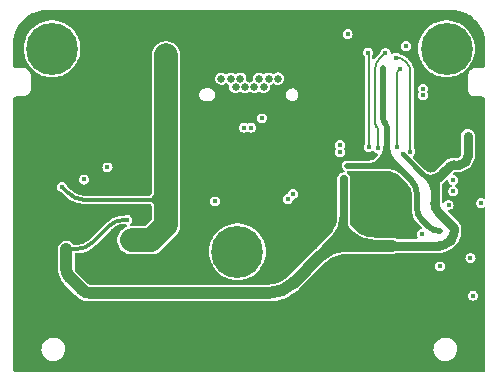
<source format=gbr>
%TF.GenerationSoftware,KiCad,Pcbnew,(6.0.4)*%
%TF.CreationDate,2022-07-06T17:36:52+08:00*%
%TF.ProjectId,JMS580_EVB,4a4d5335-3830-45f4-9556-422e6b696361,rev?*%
%TF.SameCoordinates,Original*%
%TF.FileFunction,Copper,L3,Inr*%
%TF.FilePolarity,Positive*%
%FSLAX46Y46*%
G04 Gerber Fmt 4.6, Leading zero omitted, Abs format (unit mm)*
G04 Created by KiCad (PCBNEW (6.0.4)) date 2022-07-06 17:36:52*
%MOMM*%
%LPD*%
G01*
G04 APERTURE LIST*
%TA.AperFunction,ComponentPad*%
%ADD10C,0.650000*%
%TD*%
%TA.AperFunction,ComponentPad*%
%ADD11O,0.800000X1.400000*%
%TD*%
%TA.AperFunction,ComponentPad*%
%ADD12C,0.700000*%
%TD*%
%TA.AperFunction,ComponentPad*%
%ADD13C,4.400000*%
%TD*%
%TA.AperFunction,ComponentPad*%
%ADD14O,1.400000X2.400000*%
%TD*%
%TA.AperFunction,ViaPad*%
%ADD15C,0.450000*%
%TD*%
%TA.AperFunction,Conductor*%
%ADD16C,0.300000*%
%TD*%
%TA.AperFunction,Conductor*%
%ADD17C,2.000000*%
%TD*%
%TA.AperFunction,Conductor*%
%ADD18C,0.500000*%
%TD*%
%TA.AperFunction,Conductor*%
%ADD19C,0.700000*%
%TD*%
%TA.AperFunction,Conductor*%
%ADD20C,0.800000*%
%TD*%
%TA.AperFunction,Conductor*%
%ADD21C,1.000000*%
%TD*%
%TA.AperFunction,Conductor*%
%ADD22C,0.400000*%
%TD*%
%TA.AperFunction,Conductor*%
%ADD23C,0.200000*%
%TD*%
%TA.AperFunction,Conductor*%
%ADD24C,0.250000*%
%TD*%
G04 APERTURE END LIST*
D10*
%TO.N,GND*%
%TO.C,J2*%
X130534999Y-69395000D03*
%TO.N,/SS_TX2X+*%
X130934999Y-68695000D03*
%TO.N,/SS_TX2X-*%
X131734999Y-68695000D03*
%TO.N,VBUS*%
X132134999Y-69395000D03*
%TO.N,CC2*%
X132534999Y-68695000D03*
%TO.N,D+*%
X132934999Y-69395000D03*
%TO.N,D-*%
X133734999Y-69395000D03*
%TO.N,unconnected-(J2-PadB8)*%
X134134999Y-68695000D03*
%TO.N,VBUS*%
X134534999Y-69395000D03*
%TO.N,SS_RX1-*%
X134934999Y-68695000D03*
%TO.N,SS_RX1+*%
X135734999Y-68695000D03*
%TO.N,GND*%
X136134999Y-69395000D03*
D11*
X128844999Y-64405000D03*
X129204999Y-68795000D03*
X137824999Y-64405000D03*
X137464999Y-68795000D03*
%TD*%
D12*
%TO.N,unconnected-(H2-Pad1)*%
%TO.C,H2*%
X116600000Y-64500000D03*
X116600000Y-67800000D03*
X118250000Y-66150000D03*
X115433274Y-64983274D03*
X117766726Y-67316726D03*
X117766726Y-64983274D03*
X115433274Y-67316726D03*
X114950000Y-66150000D03*
D13*
X116600000Y-66150000D03*
%TD*%
D12*
%TO.N,unconnected-(H3-Pad1)*%
%TO.C,H3*%
X131133274Y-82163274D03*
X133950000Y-83330000D03*
X133466726Y-84496726D03*
X132300000Y-81680000D03*
X130650000Y-83330000D03*
X131133274Y-84496726D03*
X132300000Y-84980000D03*
X133466726Y-82163274D03*
D13*
X132300000Y-83330000D03*
%TD*%
D12*
%TO.N,unconnected-(H1-Pad1)*%
%TO.C,H1*%
X150000000Y-67800000D03*
X148833274Y-67316726D03*
X148350000Y-66150000D03*
X148833274Y-64983274D03*
X151650000Y-66150000D03*
X151166726Y-67316726D03*
X151166726Y-64983274D03*
D13*
X150000000Y-66150000D03*
D12*
X150000000Y-64500000D03*
%TD*%
D14*
%TO.N,GND*%
%TO.C,J1*%
X152014200Y-90851400D03*
X114594200Y-90851400D03*
%TD*%
D15*
%TO.N,GND*%
X139700000Y-75850000D03*
X114000000Y-85000000D03*
X135000000Y-63500000D03*
X145000000Y-63500000D03*
X123000000Y-63500000D03*
X146164999Y-78050000D03*
X114000000Y-88000000D03*
X148340000Y-93000000D03*
X114000000Y-80000000D03*
X151280000Y-69210000D03*
X136340000Y-93000000D03*
X150254998Y-87050000D03*
X137340000Y-93000000D03*
X133000000Y-63500000D03*
X143340000Y-93000000D03*
X143999999Y-63500000D03*
X139340000Y-93000000D03*
X135340000Y-93000000D03*
X145164999Y-80050000D03*
X152950000Y-77270000D03*
X146000000Y-63500000D03*
X146340000Y-93000000D03*
X145370000Y-86380000D03*
X152340000Y-93000000D03*
X151340000Y-93000000D03*
X143000000Y-63500000D03*
X144340000Y-93000000D03*
X120890000Y-80550000D03*
X144164999Y-79050000D03*
X149910000Y-69210000D03*
X146164999Y-79050000D03*
X129340000Y-93000000D03*
X132340000Y-93000000D03*
X150340000Y-93000000D03*
X119000000Y-63500000D03*
X114000000Y-77000000D03*
X145370000Y-85460000D03*
X149184999Y-87050000D03*
X131340000Y-93000000D03*
X115340000Y-93000000D03*
X152980000Y-80210000D03*
X114340000Y-93000000D03*
X125340000Y-93000000D03*
X121000000Y-63500000D03*
X121290000Y-78100000D03*
X148000001Y-63500000D03*
X128340000Y-93000000D03*
X127000000Y-63500000D03*
X147000000Y-63500000D03*
X123340000Y-93000000D03*
X119340000Y-93000000D03*
X114000000Y-87000000D03*
X142000000Y-63500000D03*
X126000000Y-63500000D03*
X114000000Y-78000000D03*
X130340000Y-93000000D03*
X125000000Y-63500000D03*
X141560000Y-85460000D03*
X114000000Y-74000000D03*
X146164999Y-80050000D03*
X133340000Y-93000000D03*
X122000000Y-63500000D03*
X114000000Y-82000000D03*
X118340000Y-93000000D03*
X138340000Y-93000000D03*
X144164999Y-80050000D03*
X114000000Y-89000000D03*
X122340000Y-93000000D03*
X141340000Y-93000000D03*
X115420000Y-68990000D03*
X131000000Y-63500000D03*
X114000000Y-73000000D03*
X127340000Y-93000000D03*
X114000000Y-84000000D03*
X145164999Y-78050000D03*
X135999999Y-63500000D03*
X136930000Y-81930000D03*
X139000000Y-63500000D03*
X116850000Y-79610000D03*
X147340000Y-93000000D03*
X150595000Y-69210000D03*
X134000000Y-63500000D03*
X132000001Y-63500000D03*
X115420000Y-70000000D03*
X152950000Y-78220000D03*
X144164999Y-78050000D03*
X149340000Y-93000000D03*
X139700000Y-73290000D03*
X114000000Y-71000000D03*
X134340000Y-93000000D03*
X126340000Y-93000000D03*
X152970000Y-82240000D03*
X151254998Y-87050000D03*
X141000000Y-63500000D03*
X152980000Y-81240000D03*
X114000000Y-72000000D03*
X114000000Y-83000000D03*
X117340000Y-93000000D03*
X138740000Y-81930000D03*
X119999999Y-63500000D03*
X145340000Y-93000000D03*
X114000000Y-75000000D03*
X121340000Y-93000000D03*
X124340000Y-93000000D03*
X145164999Y-79050000D03*
X114000000Y-79000000D03*
X142340000Y-93000000D03*
X137940000Y-74570000D03*
X114000000Y-86000000D03*
X140340000Y-93000000D03*
X114000000Y-81000000D03*
X140000001Y-63500000D03*
X116340000Y-93000000D03*
X114000000Y-76000000D03*
X141560000Y-86380000D03*
X124000001Y-63500000D03*
X127999999Y-63500000D03*
X120340000Y-93000000D03*
X116830000Y-80850000D03*
%TO.N,VBUS*%
X126250000Y-69545000D03*
X123635000Y-82130000D03*
X148010000Y-70060000D03*
X124290000Y-82790000D03*
X126250000Y-67655000D03*
X122980000Y-82130000D03*
X146580000Y-65920000D03*
X126250000Y-70490000D03*
X124920000Y-82790000D03*
X141630000Y-64930000D03*
X148010000Y-69550000D03*
X126250000Y-66710000D03*
X126250000Y-68600000D03*
X117460000Y-77850000D03*
X124290000Y-82130000D03*
%TO.N,LDO_33*%
X141600000Y-76070000D03*
X152240000Y-87060000D03*
X119300000Y-77225000D03*
X144600000Y-67790000D03*
X144750000Y-72400000D03*
X152950000Y-79220000D03*
X149490000Y-81550000D03*
X144860000Y-75170000D03*
%TO.N,1V0*%
X151784999Y-75460000D03*
X141660000Y-81680000D03*
X151784999Y-73570000D03*
X151784999Y-74200000D03*
X144100000Y-82820000D03*
X141300000Y-77160000D03*
X117809999Y-83120000D03*
X117809999Y-85010000D03*
X151784999Y-74830000D03*
X122975000Y-80625000D03*
X150250000Y-82400000D03*
X146280000Y-75080000D03*
X117809999Y-83750000D03*
X141304999Y-79250000D03*
X117809999Y-84380000D03*
X145360000Y-82840000D03*
%TO.N,CC1*%
X134350000Y-72050000D03*
X150574999Y-77280000D03*
%TO.N,CC2*%
X150574999Y-78230000D03*
%TO.N,Net-(C30-Pad2)*%
X143370000Y-66480000D03*
X143420000Y-74500000D03*
%TO.N,D+*%
X141003210Y-74902698D03*
%TO.N,D-*%
X141003210Y-74302698D03*
%TO.N,SS_RX1-*%
X136557867Y-78902133D03*
%TO.N,SS_RX1+*%
X136982133Y-78477867D03*
%TO.N,GPIO11*%
X121292500Y-76200000D03*
X150170000Y-79360000D03*
%TO.N,GPIO7*%
X147910000Y-81860000D03*
X130400000Y-79080000D03*
%TO.N,GPIO4*%
X144830000Y-66490000D03*
X144200000Y-74600000D03*
%TO.N,GPIO2*%
X145770000Y-74500000D03*
X146070000Y-67850000D03*
%TO.N,GPIO1*%
X145690000Y-66900000D03*
X146930000Y-74870000D03*
%TO.N,GPIO8*%
X149445000Y-84585000D03*
%TO.N,GPIO9*%
X152030000Y-83870000D03*
%TO.N,/SS_TX2X-*%
X133444999Y-72830570D03*
%TO.N,/SS_TX2X+*%
X132844999Y-72830570D03*
%TD*%
D16*
%TO.N,VBUS*%
X117964213Y-78354213D02*
X117460000Y-77850000D01*
X125790000Y-79660000D02*
X125068119Y-78938119D01*
D17*
X126250000Y-81120000D02*
X125000000Y-82370000D01*
X125000000Y-82370000D02*
X123330000Y-82370000D01*
D16*
X125770000Y-78220000D02*
X125048119Y-78941881D01*
X125068119Y-78938119D02*
X119247463Y-78938119D01*
D17*
X126250000Y-66710000D02*
X126250000Y-81120000D01*
D16*
X117964227Y-78354199D02*
G75*
G03*
X119247463Y-78938118I1425173J1429999D01*
G01*
D18*
%TO.N,LDO_33*%
X144920000Y-75170000D02*
X146944214Y-77194214D01*
X144803553Y-72453553D02*
X144750000Y-72400000D01*
X144860000Y-75170000D02*
X144920000Y-75170000D01*
X144950000Y-75080000D02*
X144950000Y-72807107D01*
X145810000Y-76060000D02*
X145800000Y-76070000D01*
X144860000Y-75170000D02*
X144950000Y-75080000D01*
X141600000Y-76070000D02*
X143545786Y-76070000D01*
X145329289Y-75720001D02*
X144470711Y-75720001D01*
X147530000Y-78608427D02*
X147530000Y-79825786D01*
X144252893Y-75777107D02*
X144860000Y-75170000D01*
X149254214Y-81550000D02*
X149490000Y-81550000D01*
X147822893Y-80532893D02*
X148547107Y-81257107D01*
X144600000Y-67790000D02*
X144600000Y-72042893D01*
X144746447Y-72396447D02*
X144750000Y-72400000D01*
X145800000Y-76070000D02*
X143490711Y-76070000D01*
X147822886Y-80532900D02*
G75*
G02*
X147530000Y-79825786I707114J707100D01*
G01*
X144803556Y-72453550D02*
G75*
G02*
X144950000Y-72807107I-353556J-353550D01*
G01*
X146420004Y-76659996D02*
G75*
G03*
X145005787Y-76074214I-1414204J-1414204D01*
G01*
X144950001Y-74420000D02*
G75*
G03*
X145535787Y-75834212I1999999J0D01*
G01*
X147529980Y-78608427D02*
G75*
G03*
X146944213Y-77194215I-1999980J27D01*
G01*
X148547100Y-81257114D02*
G75*
G03*
X149254214Y-81550000I707100J707114D01*
G01*
X144252900Y-75777114D02*
G75*
G02*
X143545786Y-76070000I-707100J707114D01*
G01*
X144746444Y-72396450D02*
G75*
G02*
X144600000Y-72042893I353556J353550D01*
G01*
X144360004Y-75690004D02*
G75*
G03*
X144945786Y-74275787I-1414204J1414204D01*
G01*
D19*
%TO.N,1V0*%
X141304999Y-79250000D02*
X141304999Y-77164999D01*
X140426319Y-82383681D02*
X139281320Y-83528680D01*
D20*
X150640000Y-81300000D02*
X150640000Y-81605786D01*
X149405786Y-82840000D02*
X145360000Y-82840000D01*
D19*
X144080894Y-82839106D02*
X143155583Y-82839106D01*
D20*
X149292893Y-79952893D02*
X150640000Y-81300000D01*
D16*
X120045787Y-82534213D02*
X121369214Y-81210786D01*
D21*
X119117107Y-86537107D02*
X118102892Y-85522892D01*
D20*
X151431447Y-75828553D02*
X151638553Y-75621447D01*
D19*
X141304999Y-80075001D02*
X141304999Y-80910785D01*
X142527107Y-82547107D02*
X141660000Y-81680000D01*
X144100000Y-82820000D02*
X144120000Y-82840000D01*
D22*
X149000000Y-77800000D02*
X149000000Y-77804214D01*
X146280000Y-75080000D02*
X149000000Y-77800000D01*
D18*
X141304999Y-77164999D02*
X141300000Y-77160000D01*
D22*
X146640000Y-75440000D02*
X147942893Y-76742893D01*
D20*
X150347107Y-82312893D02*
X150112893Y-82547107D01*
D21*
X117809999Y-84815785D02*
X117809999Y-83120000D01*
D19*
X141114999Y-82035001D02*
X141114999Y-82412360D01*
D21*
X139281320Y-83718680D02*
X137048679Y-85951321D01*
D18*
X141597892Y-81617892D02*
X141660000Y-81680000D01*
D16*
X117809999Y-83120000D02*
X118631573Y-83120000D01*
D20*
X150622107Y-75975000D02*
X151077893Y-75975000D01*
D19*
X141304999Y-79885001D02*
X141304999Y-80262360D01*
X141304999Y-79250000D02*
X141304999Y-80075001D01*
D20*
X151784999Y-75267894D02*
X151784999Y-73570000D01*
D21*
X134927359Y-86830000D02*
X119824214Y-86830000D01*
X145360000Y-82840000D02*
X141402641Y-82840000D01*
D19*
X144120000Y-82840000D02*
X145360000Y-82840000D01*
D16*
X122783427Y-80625000D02*
X122975000Y-80625000D01*
D22*
X149294261Y-76803586D02*
X149727847Y-76370000D01*
D20*
X149000000Y-77804214D02*
X149000000Y-79245786D01*
D19*
X144100000Y-82820000D02*
X144080894Y-82839106D01*
D20*
X149292893Y-77097107D02*
X150268554Y-76121446D01*
X149000010Y-79245786D02*
G75*
G03*
X149292893Y-79952893I999990J-14D01*
G01*
D22*
X148799990Y-78004214D02*
G75*
G03*
X148507107Y-77297107I-999990J14D01*
G01*
X149294269Y-76803595D02*
G75*
G02*
X147942894Y-76742892I-642369J772095D01*
G01*
D20*
X151638556Y-75621450D02*
G75*
G03*
X151784999Y-75267894I-353556J353550D01*
G01*
D21*
X134927359Y-86829971D02*
G75*
G03*
X137048679Y-85951321I41J2999971D01*
G01*
D20*
X150347114Y-82312900D02*
G75*
G03*
X150640000Y-81605786I-707114J707100D01*
G01*
D21*
X118102885Y-85522899D02*
G75*
G02*
X117809999Y-84815785I707115J707099D01*
G01*
X119117100Y-86537114D02*
G75*
G03*
X119824214Y-86830000I707100J707114D01*
G01*
X141699992Y-81951887D02*
G75*
G03*
X143821342Y-82830538I2121308J2121387D01*
G01*
D20*
X150268551Y-76121443D02*
G75*
G02*
X150622107Y-75975000I353549J-353557D01*
G01*
D21*
X141402641Y-82840029D02*
G75*
G03*
X139281320Y-83718680I-41J-2999971D01*
G01*
D20*
X149292886Y-77097100D02*
G75*
G03*
X149000000Y-77804214I707114J-707100D01*
G01*
D19*
X141305010Y-80910785D02*
G75*
G03*
X141597892Y-81617892I999990J-15D01*
G01*
D16*
X121369200Y-81210772D02*
G75*
G02*
X122783427Y-80625000I1414200J-1414228D01*
G01*
D19*
X142527096Y-82547118D02*
G75*
G03*
X143155583Y-82839105I717604J722218D01*
G01*
D16*
X118631573Y-83119980D02*
G75*
G03*
X120045786Y-82534212I27J1999980D01*
G01*
D19*
X140426339Y-82383701D02*
G75*
G03*
X141304999Y-80262360I-2121339J2121301D01*
G01*
D20*
X149405786Y-82839990D02*
G75*
G03*
X150112893Y-82547107I14J999990D01*
G01*
X151431450Y-75828556D02*
G75*
G02*
X151077893Y-75975000I-353550J353556D01*
G01*
D23*
%TO.N,Net-(C30-Pad2)*%
X143370000Y-66480000D02*
X143420000Y-66530000D01*
X143420000Y-66530000D02*
X143420000Y-74500000D01*
%TO.N,GPIO4*%
X144200000Y-74600000D02*
X144200000Y-73004264D01*
X143980000Y-72535736D02*
X143980000Y-67754214D01*
X144272893Y-67047107D02*
X144830000Y-66490000D01*
X144112132Y-72792132D02*
X144067868Y-72747868D01*
X144067886Y-72747850D02*
G75*
G02*
X143980000Y-72535736I212114J212150D01*
G01*
X144112114Y-72792150D02*
G75*
G02*
X144200000Y-73004264I-212114J-212150D01*
G01*
X144272886Y-67047100D02*
G75*
G03*
X143980000Y-67754214I707114J-707100D01*
G01*
%TO.N,GPIO2*%
X146070000Y-67850000D02*
X145916446Y-68003554D01*
X145770000Y-68357107D02*
X145770000Y-74500000D01*
X145770005Y-68357107D02*
G75*
G02*
X145916446Y-68003554I499995J7D01*
G01*
%TO.N,GPIO1*%
X146482893Y-67192893D02*
X146637107Y-67347107D01*
X146930000Y-68054214D02*
X146930000Y-74870000D01*
X145690000Y-66900000D02*
X145775786Y-66900000D01*
D24*
X145690000Y-66900000D02*
X145744315Y-66900000D01*
D23*
X146482900Y-67192886D02*
G75*
G03*
X145775786Y-66900000I-707100J-707114D01*
G01*
X146637114Y-67347100D02*
G75*
G02*
X146930000Y-68054214I-707114J-707100D01*
G01*
%TD*%
%TA.AperFunction,Conductor*%
%TO.N,GND*%
G36*
X150395854Y-62852615D02*
G01*
X150407326Y-62855253D01*
X150418204Y-62852791D01*
X150428445Y-62852809D01*
X150439510Y-62851887D01*
X150591826Y-62860454D01*
X150726446Y-62868026D01*
X150737489Y-62869273D01*
X151046745Y-62921906D01*
X151057583Y-62924384D01*
X151358976Y-63011365D01*
X151369470Y-63015044D01*
X151659201Y-63135276D01*
X151669210Y-63140105D01*
X151943650Y-63292083D01*
X151953046Y-63297998D01*
X152208363Y-63479550D01*
X152208698Y-63479788D01*
X152217383Y-63486729D01*
X152275709Y-63538980D01*
X152451039Y-63696047D01*
X152458892Y-63703921D01*
X152667589Y-63938112D01*
X152674509Y-63946817D01*
X152855631Y-64202946D01*
X152861527Y-64212365D01*
X153012787Y-64487199D01*
X153017583Y-64497208D01*
X153137061Y-64787260D01*
X153140711Y-64797757D01*
X153192341Y-64978429D01*
X153226907Y-65099390D01*
X153229357Y-65110237D01*
X153281179Y-65419620D01*
X153282397Y-65430674D01*
X153297760Y-65717155D01*
X153296888Y-65727097D01*
X153296922Y-65727097D01*
X153296873Y-65738242D01*
X153294346Y-65749102D01*
X153297116Y-65761493D01*
X153299500Y-65783090D01*
X153299500Y-67490427D01*
X153297656Y-67504392D01*
X153297389Y-67511354D01*
X153294495Y-67522120D01*
X153296546Y-67533021D01*
X153294891Y-67547577D01*
X153290104Y-67572715D01*
X153286755Y-67590299D01*
X153276792Y-67618487D01*
X153252500Y-67663881D01*
X153251444Y-67665855D01*
X153233516Y-67689786D01*
X153198359Y-67724306D01*
X153195183Y-67727424D01*
X153170933Y-67744908D01*
X153123105Y-67769388D01*
X153094743Y-67778833D01*
X153052064Y-67786154D01*
X153037781Y-67787489D01*
X153027148Y-67785248D01*
X153016321Y-67787907D01*
X153014442Y-67787938D01*
X152994290Y-67790376D01*
X152510149Y-67790376D01*
X152487799Y-67787820D01*
X152482048Y-67786487D01*
X152482046Y-67786487D01*
X152476584Y-67785221D01*
X152475866Y-67785220D01*
X152470418Y-67786463D01*
X152467167Y-67786827D01*
X152462710Y-67787585D01*
X152324607Y-67803151D01*
X152180933Y-67853430D01*
X152176226Y-67856388D01*
X152056754Y-67931459D01*
X152056751Y-67931462D01*
X152052049Y-67934416D01*
X151944416Y-68042049D01*
X151941462Y-68046751D01*
X151941459Y-68046754D01*
X151902360Y-68108978D01*
X151863430Y-68170933D01*
X151813151Y-68314607D01*
X151812528Y-68320134D01*
X151797735Y-68451378D01*
X151796853Y-68456517D01*
X151796489Y-68459680D01*
X151795221Y-68465148D01*
X151795220Y-68465866D01*
X151796463Y-68471316D01*
X151796463Y-68471317D01*
X151797869Y-68477483D01*
X151800348Y-68499577D01*
X151800305Y-68550500D01*
X151799528Y-69480942D01*
X151797011Y-69503043D01*
X151794344Y-69514641D01*
X151796020Y-69522048D01*
X151812269Y-69666264D01*
X151820598Y-69690066D01*
X151857909Y-69796693D01*
X151862545Y-69809943D01*
X151876649Y-69832389D01*
X151934330Y-69924188D01*
X151943531Y-69938832D01*
X152051168Y-70046469D01*
X152055876Y-70049427D01*
X152055877Y-70049428D01*
X152084951Y-70067696D01*
X152180057Y-70127455D01*
X152185307Y-70129292D01*
X152185309Y-70129293D01*
X152220638Y-70141655D01*
X152323736Y-70177731D01*
X152460524Y-70193143D01*
X152465659Y-70194025D01*
X152468821Y-70194389D01*
X152474282Y-70195655D01*
X152475000Y-70195656D01*
X152480452Y-70194412D01*
X152480455Y-70194412D01*
X152486734Y-70192980D01*
X152508752Y-70190500D01*
X152980997Y-70190500D01*
X153000536Y-70192447D01*
X153005213Y-70193389D01*
X153005215Y-70193389D01*
X153016143Y-70195589D01*
X153026544Y-70192934D01*
X153040992Y-70193707D01*
X153087482Y-70199901D01*
X153117652Y-70208978D01*
X153167845Y-70233352D01*
X153193632Y-70251448D01*
X153212446Y-70269754D01*
X153233620Y-70290356D01*
X153252417Y-70315639D01*
X153278156Y-70365141D01*
X153288057Y-70395049D01*
X153295577Y-70441686D01*
X153296665Y-70455431D01*
X153294344Y-70465527D01*
X153296805Y-70476401D01*
X153297058Y-70477517D01*
X153299500Y-70499372D01*
X153299500Y-78758975D01*
X153280593Y-78817166D01*
X153231093Y-78853130D01*
X153169907Y-78853130D01*
X153155555Y-78847185D01*
X153090067Y-78813817D01*
X153090064Y-78813816D01*
X153083126Y-78810281D01*
X153075432Y-78809062D01*
X153075431Y-78809062D01*
X152980047Y-78793955D01*
X152950000Y-78789196D01*
X152919953Y-78793955D01*
X152824569Y-78809062D01*
X152824568Y-78809062D01*
X152816874Y-78810281D01*
X152809935Y-78813817D01*
X152809934Y-78813817D01*
X152703719Y-78867936D01*
X152703717Y-78867937D01*
X152696780Y-78871472D01*
X152601472Y-78966780D01*
X152597937Y-78973717D01*
X152597936Y-78973719D01*
X152580502Y-79007936D01*
X152540281Y-79086874D01*
X152519196Y-79220000D01*
X152522260Y-79239345D01*
X152534657Y-79317615D01*
X152540281Y-79353126D01*
X152543817Y-79360065D01*
X152543817Y-79360066D01*
X152592795Y-79456190D01*
X152601472Y-79473220D01*
X152696780Y-79568528D01*
X152703717Y-79572063D01*
X152703719Y-79572064D01*
X152770874Y-79606281D01*
X152816874Y-79629719D01*
X152824568Y-79630938D01*
X152824569Y-79630938D01*
X152942304Y-79649585D01*
X152950000Y-79650804D01*
X152957696Y-79649585D01*
X153075431Y-79630938D01*
X153075432Y-79630938D01*
X153083126Y-79629719D01*
X153090064Y-79626184D01*
X153090067Y-79626183D01*
X153155555Y-79592815D01*
X153215987Y-79583244D01*
X153270504Y-79611022D01*
X153298281Y-79665538D01*
X153299500Y-79681025D01*
X153299500Y-93400500D01*
X153280593Y-93458691D01*
X153231093Y-93494655D01*
X153200500Y-93499500D01*
X113399500Y-93499500D01*
X113341309Y-93480593D01*
X113305345Y-93431093D01*
X113300500Y-93400500D01*
X113300500Y-91660526D01*
X115704741Y-91660526D01*
X115735135Y-91861497D01*
X115805319Y-92052252D01*
X115912426Y-92224999D01*
X116052081Y-92372680D01*
X116056186Y-92375554D01*
X116056189Y-92375557D01*
X116139558Y-92433932D01*
X116218579Y-92489263D01*
X116223175Y-92491252D01*
X116223177Y-92491253D01*
X116320356Y-92533306D01*
X116405119Y-92569986D01*
X116604080Y-92611551D01*
X116608632Y-92611790D01*
X116609434Y-92611832D01*
X116609449Y-92611832D01*
X116610739Y-92611900D01*
X116760000Y-92611900D01*
X116762488Y-92611647D01*
X116762494Y-92611647D01*
X116823016Y-92605499D01*
X116911416Y-92596520D01*
X117105372Y-92535738D01*
X117283144Y-92437197D01*
X117437471Y-92304923D01*
X117562048Y-92144319D01*
X117651787Y-91961945D01*
X117703022Y-91765252D01*
X117708510Y-91660526D01*
X148894741Y-91660526D01*
X148925135Y-91861497D01*
X148995319Y-92052252D01*
X149102426Y-92224999D01*
X149242081Y-92372680D01*
X149246186Y-92375554D01*
X149246189Y-92375557D01*
X149329558Y-92433932D01*
X149408579Y-92489263D01*
X149413175Y-92491252D01*
X149413177Y-92491253D01*
X149510356Y-92533306D01*
X149595119Y-92569986D01*
X149794080Y-92611551D01*
X149798632Y-92611790D01*
X149799434Y-92611832D01*
X149799449Y-92611832D01*
X149800739Y-92611900D01*
X149950000Y-92611900D01*
X149952488Y-92611647D01*
X149952494Y-92611647D01*
X150013016Y-92605499D01*
X150101416Y-92596520D01*
X150295372Y-92535738D01*
X150473144Y-92437197D01*
X150627471Y-92304923D01*
X150752048Y-92144319D01*
X150841787Y-91961945D01*
X150893022Y-91765252D01*
X150903659Y-91562274D01*
X150873265Y-91361303D01*
X150803081Y-91170548D01*
X150695974Y-90997801D01*
X150556319Y-90850120D01*
X150552214Y-90847246D01*
X150552211Y-90847243D01*
X150393927Y-90736412D01*
X150389821Y-90733537D01*
X150385225Y-90731548D01*
X150385223Y-90731547D01*
X150207877Y-90654803D01*
X150207878Y-90654803D01*
X150203281Y-90652814D01*
X150004320Y-90611249D01*
X149999768Y-90611010D01*
X149998966Y-90610968D01*
X149998951Y-90610968D01*
X149997661Y-90610900D01*
X149848400Y-90610900D01*
X149845912Y-90611153D01*
X149845906Y-90611153D01*
X149785384Y-90617301D01*
X149696984Y-90626280D01*
X149503028Y-90687062D01*
X149325256Y-90785603D01*
X149170929Y-90917877D01*
X149046352Y-91078481D01*
X148956613Y-91260855D01*
X148905378Y-91457548D01*
X148894741Y-91660526D01*
X117708510Y-91660526D01*
X117713659Y-91562274D01*
X117683265Y-91361303D01*
X117613081Y-91170548D01*
X117505974Y-90997801D01*
X117366319Y-90850120D01*
X117362214Y-90847246D01*
X117362211Y-90847243D01*
X117203927Y-90736412D01*
X117199821Y-90733537D01*
X117195225Y-90731548D01*
X117195223Y-90731547D01*
X117017877Y-90654803D01*
X117017878Y-90654803D01*
X117013281Y-90652814D01*
X116814320Y-90611249D01*
X116809768Y-90611010D01*
X116808966Y-90610968D01*
X116808951Y-90610968D01*
X116807661Y-90610900D01*
X116658400Y-90610900D01*
X116655912Y-90611153D01*
X116655906Y-90611153D01*
X116595384Y-90617301D01*
X116506984Y-90626280D01*
X116313028Y-90687062D01*
X116135256Y-90785603D01*
X115980929Y-90917877D01*
X115856352Y-91078481D01*
X115766613Y-91260855D01*
X115715378Y-91457548D01*
X115704741Y-91660526D01*
X113300500Y-91660526D01*
X113300500Y-77850000D01*
X117029196Y-77850000D01*
X117030415Y-77857696D01*
X117048546Y-77972169D01*
X117050281Y-77983126D01*
X117053817Y-77990065D01*
X117053817Y-77990066D01*
X117103033Y-78086657D01*
X117111472Y-78103220D01*
X117206780Y-78198528D01*
X117213717Y-78202063D01*
X117213719Y-78202064D01*
X117283651Y-78237696D01*
X117326874Y-78259719D01*
X117334570Y-78260938D01*
X117351143Y-78263563D01*
X117405658Y-78291340D01*
X117691625Y-78577306D01*
X117701610Y-78588976D01*
X117713707Y-78605567D01*
X117715537Y-78606892D01*
X117720931Y-78611664D01*
X117922896Y-78790330D01*
X117922902Y-78790335D01*
X117925101Y-78792280D01*
X117927518Y-78793953D01*
X117927521Y-78793955D01*
X118154589Y-78951098D01*
X118154595Y-78951102D01*
X118157013Y-78952775D01*
X118406324Y-79084630D01*
X118409075Y-79085690D01*
X118409083Y-79085693D01*
X118635910Y-79173042D01*
X118669515Y-79185983D01*
X118942870Y-79255403D01*
X118945780Y-79255783D01*
X118945786Y-79255784D01*
X119180137Y-79286376D01*
X119182326Y-79286754D01*
X119186369Y-79288174D01*
X119191507Y-79288619D01*
X119193646Y-79288619D01*
X119194851Y-79288671D01*
X119203388Y-79289412D01*
X119211797Y-79290510D01*
X119211801Y-79290510D01*
X119220513Y-79291647D01*
X119222514Y-79292110D01*
X119258388Y-79288991D01*
X119266962Y-79288619D01*
X124881929Y-79288619D01*
X124940120Y-79307526D01*
X124951933Y-79317615D01*
X125020504Y-79386186D01*
X125048281Y-79440703D01*
X125049500Y-79456190D01*
X125049500Y-80581728D01*
X125030593Y-80639919D01*
X125020504Y-80651731D01*
X124531733Y-81140503D01*
X124477216Y-81168281D01*
X124461729Y-81169500D01*
X123274030Y-81169500D01*
X123271786Y-81169706D01*
X123271768Y-81169707D01*
X123262056Y-81170600D01*
X123202379Y-81157099D01*
X123162035Y-81111099D01*
X123156434Y-81050171D01*
X123187716Y-80997586D01*
X123208048Y-80983807D01*
X123221278Y-80977066D01*
X123221282Y-80977063D01*
X123228220Y-80973528D01*
X123323528Y-80878220D01*
X123335504Y-80854717D01*
X123381183Y-80765066D01*
X123381183Y-80765065D01*
X123384719Y-80758126D01*
X123391846Y-80713131D01*
X123404585Y-80632696D01*
X123405804Y-80625000D01*
X123386628Y-80503924D01*
X123385938Y-80499569D01*
X123385938Y-80499568D01*
X123384719Y-80491874D01*
X123381183Y-80484934D01*
X123327064Y-80378719D01*
X123327063Y-80378717D01*
X123323528Y-80371780D01*
X123228220Y-80276472D01*
X123221283Y-80272937D01*
X123221281Y-80272936D01*
X123115066Y-80218817D01*
X123115065Y-80218817D01*
X123108126Y-80215281D01*
X123100432Y-80214062D01*
X123100431Y-80214062D01*
X123011978Y-80200053D01*
X122975000Y-80194196D01*
X122938022Y-80200053D01*
X122849569Y-80214062D01*
X122849568Y-80214062D01*
X122841874Y-80215281D01*
X122834935Y-80218817D01*
X122834934Y-80218817D01*
X122745241Y-80264518D01*
X122705847Y-80275152D01*
X122519843Y-80285595D01*
X122259569Y-80329814D01*
X122256897Y-80330584D01*
X122256896Y-80330584D01*
X122011117Y-80401389D01*
X122005882Y-80402897D01*
X121761973Y-80503924D01*
X121759543Y-80505267D01*
X121533341Y-80630281D01*
X121533335Y-80630285D01*
X121530910Y-80631625D01*
X121315597Y-80784394D01*
X121313521Y-80786249D01*
X121313515Y-80786254D01*
X121127191Y-80952759D01*
X121126745Y-80953119D01*
X121126369Y-80953495D01*
X121123464Y-80956091D01*
X121118286Y-80959853D01*
X121106447Y-80976148D01*
X121096363Y-80987955D01*
X119822963Y-82261355D01*
X119811149Y-82271445D01*
X119794859Y-82283280D01*
X119789754Y-82290307D01*
X119774934Y-82306552D01*
X119705688Y-82367277D01*
X119640607Y-82424350D01*
X119630334Y-82432233D01*
X119461721Y-82544894D01*
X119450506Y-82551369D01*
X119268625Y-82641061D01*
X119256661Y-82646015D01*
X119064644Y-82711194D01*
X119052138Y-82714545D01*
X118853241Y-82754105D01*
X118840403Y-82755795D01*
X118737326Y-82762550D01*
X118662034Y-82767484D01*
X118640078Y-82766477D01*
X118631578Y-82765131D01*
X118623881Y-82766350D01*
X118611689Y-82768281D01*
X118596203Y-82769500D01*
X118471226Y-82769500D01*
X118413035Y-82750593D01*
X118389638Y-82726574D01*
X118342695Y-82658271D01*
X118342690Y-82658265D01*
X118339311Y-82653349D01*
X118334858Y-82649382D01*
X118334855Y-82649378D01*
X118256427Y-82579502D01*
X118212720Y-82540560D01*
X118062880Y-82461224D01*
X117980660Y-82440572D01*
X117904230Y-82421373D01*
X117904227Y-82421373D01*
X117898440Y-82419919D01*
X117812840Y-82419471D01*
X117734860Y-82419062D01*
X117734858Y-82419062D01*
X117728894Y-82419031D01*
X117723098Y-82420423D01*
X117723094Y-82420423D01*
X117622519Y-82444570D01*
X117564031Y-82458612D01*
X117488700Y-82497493D01*
X117418674Y-82533636D01*
X117418672Y-82533638D01*
X117413368Y-82536375D01*
X117285603Y-82647831D01*
X117282172Y-82652713D01*
X117282171Y-82652714D01*
X117200547Y-82768854D01*
X117188112Y-82786547D01*
X117185944Y-82792108D01*
X117146628Y-82892948D01*
X117126523Y-82944513D01*
X117109499Y-83073826D01*
X117109499Y-84758928D01*
X117108511Y-84772878D01*
X117104509Y-84800996D01*
X117104354Y-84815774D01*
X117107292Y-84840063D01*
X117107795Y-84845455D01*
X117120145Y-85033918D01*
X117120426Y-85038212D01*
X117121058Y-85041389D01*
X117163278Y-85253664D01*
X117163280Y-85253671D01*
X117163911Y-85256844D01*
X117235562Y-85467929D01*
X117334152Y-85667856D01*
X117335949Y-85670545D01*
X117335951Y-85670549D01*
X117376008Y-85730500D01*
X117457995Y-85853205D01*
X117460136Y-85855646D01*
X117572942Y-85984281D01*
X117577677Y-85990113D01*
X117583836Y-85998315D01*
X117593580Y-86011293D01*
X117603920Y-86021853D01*
X117606476Y-86023857D01*
X117632926Y-86044597D01*
X117641843Y-86052499D01*
X118581588Y-86992245D01*
X118590752Y-87002807D01*
X118607805Y-87025519D01*
X118618146Y-87036078D01*
X118620693Y-87038075D01*
X118637237Y-87051047D01*
X118641426Y-87054521D01*
X118784360Y-87179869D01*
X118784365Y-87179873D01*
X118786794Y-87182003D01*
X118789481Y-87183798D01*
X118789487Y-87183803D01*
X118969451Y-87304048D01*
X118972142Y-87305846D01*
X118975042Y-87307276D01*
X118975047Y-87307279D01*
X119169159Y-87403001D01*
X119172069Y-87404436D01*
X119383155Y-87476087D01*
X119386337Y-87476720D01*
X119386341Y-87476721D01*
X119457146Y-87490804D01*
X119601786Y-87519573D01*
X119605009Y-87519784D01*
X119605015Y-87519785D01*
X119707349Y-87526490D01*
X119775622Y-87530964D01*
X119783081Y-87531738D01*
X119809446Y-87535490D01*
X119812678Y-87535524D01*
X119812679Y-87535524D01*
X119816404Y-87535563D01*
X119824224Y-87535645D01*
X119827427Y-87535257D01*
X119827434Y-87535257D01*
X119860812Y-87531217D01*
X119872707Y-87530500D01*
X134870504Y-87530500D01*
X134884453Y-87531488D01*
X134912571Y-87535490D01*
X134915800Y-87535524D01*
X134915802Y-87535524D01*
X134919960Y-87535567D01*
X134927349Y-87535645D01*
X134930552Y-87535257D01*
X134930558Y-87535257D01*
X134941601Y-87533920D01*
X134944893Y-87533522D01*
X134952465Y-87532899D01*
X135250176Y-87519905D01*
X135252317Y-87519623D01*
X135252319Y-87519623D01*
X135330169Y-87509375D01*
X135570545Y-87477732D01*
X135572637Y-87477268D01*
X135572644Y-87477267D01*
X135815051Y-87423530D01*
X135886020Y-87407797D01*
X135888071Y-87407150D01*
X135888076Y-87407149D01*
X136040110Y-87359215D01*
X136194200Y-87310633D01*
X136391103Y-87229076D01*
X136490746Y-87187804D01*
X136490752Y-87187801D01*
X136492737Y-87186979D01*
X136721883Y-87067696D01*
X136736667Y-87060000D01*
X151809196Y-87060000D01*
X151830281Y-87193126D01*
X151833817Y-87200065D01*
X151833817Y-87200066D01*
X151887715Y-87305846D01*
X151891472Y-87313220D01*
X151986780Y-87408528D01*
X151993717Y-87412063D01*
X151993719Y-87412064D01*
X152099934Y-87466183D01*
X152106874Y-87469719D01*
X152114568Y-87470938D01*
X152114569Y-87470938D01*
X152232304Y-87489585D01*
X152240000Y-87490804D01*
X152247696Y-87489585D01*
X152365431Y-87470938D01*
X152365432Y-87470938D01*
X152373126Y-87469719D01*
X152380066Y-87466183D01*
X152486281Y-87412064D01*
X152486283Y-87412063D01*
X152493220Y-87408528D01*
X152588528Y-87313220D01*
X152592286Y-87305846D01*
X152646183Y-87200066D01*
X152646183Y-87200065D01*
X152649719Y-87193126D01*
X152670804Y-87060000D01*
X152649719Y-86926874D01*
X152588528Y-86806780D01*
X152493220Y-86711472D01*
X152486283Y-86707937D01*
X152486281Y-86707936D01*
X152380066Y-86653817D01*
X152380065Y-86653817D01*
X152373126Y-86650281D01*
X152365432Y-86649062D01*
X152365431Y-86649062D01*
X152247696Y-86630415D01*
X152240000Y-86629196D01*
X152232304Y-86630415D01*
X152114569Y-86649062D01*
X152114568Y-86649062D01*
X152106874Y-86650281D01*
X152099935Y-86653817D01*
X152099934Y-86653817D01*
X151993719Y-86707936D01*
X151993717Y-86707937D01*
X151986780Y-86711472D01*
X151891472Y-86806780D01*
X151830281Y-86926874D01*
X151809196Y-87060000D01*
X136736667Y-87060000D01*
X136777453Y-87038769D01*
X136777458Y-87038766D01*
X136779362Y-87037775D01*
X137051892Y-86864159D01*
X137053587Y-86862858D01*
X137053599Y-86862850D01*
X137178144Y-86767284D01*
X137308253Y-86667450D01*
X137516239Y-86476871D01*
X137523679Y-86470694D01*
X137534488Y-86462579D01*
X137534490Y-86462578D01*
X137537081Y-86460632D01*
X137547640Y-86450292D01*
X137570385Y-86421285D01*
X137578287Y-86412369D01*
X139405657Y-84585000D01*
X149014196Y-84585000D01*
X149035281Y-84718126D01*
X149038817Y-84725065D01*
X149038817Y-84725066D01*
X149086672Y-84818986D01*
X149096472Y-84838220D01*
X149191780Y-84933528D01*
X149198717Y-84937063D01*
X149198719Y-84937064D01*
X149274912Y-84975886D01*
X149311874Y-84994719D01*
X149319568Y-84995938D01*
X149319569Y-84995938D01*
X149437304Y-85014585D01*
X149445000Y-85015804D01*
X149452696Y-85014585D01*
X149570431Y-84995938D01*
X149570432Y-84995938D01*
X149578126Y-84994719D01*
X149615088Y-84975886D01*
X149691281Y-84937064D01*
X149691283Y-84937063D01*
X149698220Y-84933528D01*
X149793528Y-84838220D01*
X149803329Y-84818986D01*
X149851183Y-84725066D01*
X149851183Y-84725065D01*
X149854719Y-84718126D01*
X149875804Y-84585000D01*
X149860974Y-84491366D01*
X149855938Y-84459569D01*
X149855938Y-84459568D01*
X149854719Y-84451874D01*
X149793528Y-84331780D01*
X149698220Y-84236472D01*
X149691283Y-84232937D01*
X149691281Y-84232936D01*
X149585066Y-84178817D01*
X149585065Y-84178817D01*
X149578126Y-84175281D01*
X149570432Y-84174062D01*
X149570431Y-84174062D01*
X149452696Y-84155415D01*
X149445000Y-84154196D01*
X149437304Y-84155415D01*
X149319569Y-84174062D01*
X149319568Y-84174062D01*
X149311874Y-84175281D01*
X149304935Y-84178817D01*
X149304934Y-84178817D01*
X149198719Y-84232936D01*
X149198717Y-84232937D01*
X149191780Y-84236472D01*
X149096472Y-84331780D01*
X149035281Y-84451874D01*
X149034062Y-84459568D01*
X149034062Y-84459569D01*
X149029026Y-84491366D01*
X149014196Y-84585000D01*
X139405657Y-84585000D01*
X139739415Y-84251242D01*
X139749152Y-84242704D01*
X139750098Y-84241978D01*
X139775029Y-84222848D01*
X139790728Y-84203253D01*
X139802021Y-84191336D01*
X139964775Y-84045892D01*
X139973455Y-84038970D01*
X140174693Y-83896187D01*
X140184094Y-83890280D01*
X140220789Y-83870000D01*
X151599196Y-83870000D01*
X151620281Y-84003126D01*
X151623817Y-84010065D01*
X151623817Y-84010066D01*
X151640184Y-84042187D01*
X151681472Y-84123220D01*
X151776780Y-84218528D01*
X151783717Y-84222063D01*
X151783719Y-84222064D01*
X151889934Y-84276183D01*
X151896874Y-84279719D01*
X151904568Y-84280938D01*
X151904569Y-84280938D01*
X152022304Y-84299585D01*
X152030000Y-84300804D01*
X152037696Y-84299585D01*
X152155431Y-84280938D01*
X152155432Y-84280938D01*
X152163126Y-84279719D01*
X152170066Y-84276183D01*
X152276281Y-84222064D01*
X152276283Y-84222063D01*
X152283220Y-84218528D01*
X152378528Y-84123220D01*
X152419817Y-84042187D01*
X152436183Y-84010066D01*
X152436183Y-84010065D01*
X152439719Y-84003126D01*
X152460804Y-83870000D01*
X152445112Y-83770926D01*
X152440938Y-83744569D01*
X152440938Y-83744568D01*
X152439719Y-83736874D01*
X152406504Y-83671685D01*
X152382064Y-83623719D01*
X152382063Y-83623717D01*
X152378528Y-83616780D01*
X152283220Y-83521472D01*
X152276283Y-83517937D01*
X152276281Y-83517936D01*
X152170066Y-83463817D01*
X152170065Y-83463817D01*
X152163126Y-83460281D01*
X152155432Y-83459062D01*
X152155431Y-83459062D01*
X152051517Y-83442604D01*
X152030000Y-83439196D01*
X152008483Y-83442604D01*
X151904569Y-83459062D01*
X151904568Y-83459062D01*
X151896874Y-83460281D01*
X151889935Y-83463817D01*
X151889934Y-83463817D01*
X151783719Y-83517936D01*
X151783717Y-83517937D01*
X151776780Y-83521472D01*
X151681472Y-83616780D01*
X151677937Y-83623717D01*
X151677936Y-83623719D01*
X151653496Y-83671685D01*
X151620281Y-83736874D01*
X151619062Y-83744568D01*
X151619062Y-83744569D01*
X151614888Y-83770926D01*
X151599196Y-83870000D01*
X140220789Y-83870000D01*
X140400054Y-83770926D01*
X140410053Y-83766111D01*
X140638033Y-83671682D01*
X140648495Y-83668022D01*
X140885609Y-83599713D01*
X140896430Y-83597244D01*
X141139695Y-83555914D01*
X141150716Y-83554673D01*
X141361153Y-83542858D01*
X141379615Y-83543549D01*
X141395242Y-83545606D01*
X141401176Y-83544951D01*
X141401179Y-83544951D01*
X141436080Y-83541098D01*
X141446942Y-83540500D01*
X145402516Y-83540500D01*
X145425443Y-83537726D01*
X145522398Y-83525993D01*
X145522401Y-83525992D01*
X145528320Y-83525276D01*
X145686923Y-83465345D01*
X145697738Y-83457912D01*
X145753813Y-83440500D01*
X149359930Y-83440500D01*
X149372853Y-83441347D01*
X149405778Y-83445682D01*
X149412211Y-83444835D01*
X149412212Y-83444835D01*
X149429158Y-83442604D01*
X149435607Y-83441969D01*
X149611904Y-83430417D01*
X149611910Y-83430416D01*
X149615133Y-83430205D01*
X149777151Y-83397980D01*
X149817730Y-83389909D01*
X149817731Y-83389909D01*
X149820907Y-83389277D01*
X150019577Y-83321840D01*
X150022475Y-83320411D01*
X150022482Y-83320408D01*
X150204839Y-83230482D01*
X150204845Y-83230479D01*
X150207746Y-83229048D01*
X150248040Y-83202125D01*
X150379496Y-83114292D01*
X150379499Y-83114290D01*
X150382194Y-83112489D01*
X150420771Y-83078659D01*
X150517575Y-82993765D01*
X150522571Y-82989665D01*
X150541171Y-82975393D01*
X150561389Y-82949045D01*
X150569926Y-82939309D01*
X150739309Y-82769926D01*
X150749045Y-82761389D01*
X150770239Y-82745126D01*
X150770240Y-82745125D01*
X150775393Y-82741171D01*
X150782553Y-82731840D01*
X150789564Y-82722703D01*
X150793673Y-82717695D01*
X150910362Y-82584635D01*
X150910365Y-82584631D01*
X150912497Y-82582200D01*
X150935014Y-82548500D01*
X151027258Y-82410444D01*
X151027260Y-82410440D01*
X151029057Y-82407751D01*
X151121849Y-82219581D01*
X151133258Y-82185971D01*
X151188243Y-82023986D01*
X151188245Y-82023979D01*
X151189287Y-82020909D01*
X151192443Y-82005044D01*
X151218803Y-81872509D01*
X151230215Y-81815134D01*
X151231478Y-81795870D01*
X151241989Y-81635456D01*
X151242624Y-81629008D01*
X151244835Y-81612213D01*
X151244835Y-81612212D01*
X151245682Y-81605778D01*
X151241347Y-81572853D01*
X151240500Y-81559930D01*
X151240500Y-81345849D01*
X151241347Y-81332927D01*
X151244835Y-81306433D01*
X151245682Y-81300000D01*
X151225044Y-81143238D01*
X151164536Y-80997159D01*
X151159974Y-80991213D01*
X151149473Y-80977529D01*
X151149472Y-80977528D01*
X151149118Y-80977066D01*
X151068282Y-80871718D01*
X151041936Y-80851502D01*
X151032199Y-80842964D01*
X150143402Y-79954167D01*
X150115625Y-79899650D01*
X150125196Y-79839218D01*
X150168461Y-79795953D01*
X150197919Y-79786382D01*
X150223243Y-79782371D01*
X150295431Y-79770938D01*
X150295432Y-79770938D01*
X150303126Y-79769719D01*
X150310066Y-79766183D01*
X150416281Y-79712064D01*
X150416283Y-79712063D01*
X150423220Y-79708528D01*
X150518528Y-79613220D01*
X150579719Y-79493126D01*
X150585737Y-79455133D01*
X150599585Y-79367696D01*
X150600804Y-79360000D01*
X150589978Y-79291647D01*
X150580938Y-79234569D01*
X150580938Y-79234568D01*
X150579719Y-79226874D01*
X150565990Y-79199930D01*
X150522064Y-79113719D01*
X150522063Y-79113717D01*
X150518528Y-79106780D01*
X150423220Y-79011472D01*
X150416283Y-79007937D01*
X150416281Y-79007936D01*
X150310066Y-78953817D01*
X150310065Y-78953817D01*
X150303126Y-78950281D01*
X150295432Y-78949062D01*
X150295431Y-78949062D01*
X150177696Y-78930415D01*
X150170000Y-78929196D01*
X150162304Y-78930415D01*
X150044569Y-78949062D01*
X150044568Y-78949062D01*
X150036874Y-78950281D01*
X150029935Y-78953817D01*
X150029934Y-78953817D01*
X149923719Y-79007936D01*
X149923717Y-79007937D01*
X149916780Y-79011472D01*
X149821472Y-79106780D01*
X149817937Y-79113717D01*
X149817936Y-79113719D01*
X149787710Y-79173042D01*
X149744445Y-79216307D01*
X149684013Y-79225878D01*
X149629497Y-79198101D01*
X149601719Y-79143584D01*
X149600500Y-79128097D01*
X149600500Y-77850058D01*
X149601347Y-77837137D01*
X149604835Y-77810640D01*
X149605682Y-77804206D01*
X149604792Y-77797444D01*
X149604792Y-77771603D01*
X149612410Y-77713730D01*
X149619099Y-77688765D01*
X149649033Y-77616496D01*
X149661954Y-77594115D01*
X149675037Y-77577064D01*
X149697468Y-77547831D01*
X149715744Y-77529555D01*
X149721179Y-77525385D01*
X149725126Y-77520241D01*
X149725130Y-77520237D01*
X149741396Y-77499038D01*
X149749935Y-77489300D01*
X149981516Y-77257719D01*
X150036033Y-77229942D01*
X150096465Y-77239513D01*
X150139730Y-77282778D01*
X150149300Y-77312234D01*
X150165280Y-77413126D01*
X150168816Y-77420065D01*
X150168816Y-77420066D01*
X150222479Y-77525385D01*
X150226471Y-77533220D01*
X150321779Y-77628528D01*
X150328716Y-77632063D01*
X150328718Y-77632064D01*
X150396872Y-77666790D01*
X150440137Y-77710055D01*
X150449708Y-77770487D01*
X150421930Y-77825004D01*
X150396872Y-77843210D01*
X150328718Y-77877936D01*
X150328716Y-77877937D01*
X150321779Y-77881472D01*
X150226471Y-77976780D01*
X150222936Y-77983717D01*
X150222935Y-77983719D01*
X150178115Y-78071684D01*
X150165280Y-78096874D01*
X150164061Y-78104568D01*
X150164061Y-78104569D01*
X150163123Y-78110491D01*
X150144195Y-78230000D01*
X150145414Y-78237696D01*
X150163655Y-78352863D01*
X150165280Y-78363126D01*
X150168816Y-78370065D01*
X150168816Y-78370066D01*
X150220868Y-78472223D01*
X150226471Y-78483220D01*
X150321779Y-78578528D01*
X150328716Y-78582063D01*
X150328718Y-78582064D01*
X150402295Y-78619553D01*
X150441873Y-78639719D01*
X150449567Y-78640938D01*
X150449568Y-78640938D01*
X150567303Y-78659585D01*
X150574999Y-78660804D01*
X150582695Y-78659585D01*
X150700430Y-78640938D01*
X150700431Y-78640938D01*
X150708125Y-78639719D01*
X150747703Y-78619553D01*
X150821280Y-78582064D01*
X150821282Y-78582063D01*
X150828219Y-78578528D01*
X150923527Y-78483220D01*
X150929131Y-78472223D01*
X150981182Y-78370066D01*
X150981182Y-78370065D01*
X150984718Y-78363126D01*
X150986344Y-78352863D01*
X151004584Y-78237696D01*
X151005803Y-78230000D01*
X150986875Y-78110491D01*
X150985937Y-78104569D01*
X150985937Y-78104568D01*
X150984718Y-78096874D01*
X150971883Y-78071684D01*
X150927063Y-77983719D01*
X150927062Y-77983717D01*
X150923527Y-77976780D01*
X150828219Y-77881472D01*
X150821282Y-77877937D01*
X150821280Y-77877936D01*
X150753126Y-77843210D01*
X150709861Y-77799945D01*
X150700290Y-77739513D01*
X150728068Y-77684996D01*
X150753126Y-77666790D01*
X150821280Y-77632064D01*
X150821282Y-77632063D01*
X150828219Y-77628528D01*
X150923527Y-77533220D01*
X150927520Y-77525385D01*
X150981182Y-77420066D01*
X150981182Y-77420065D01*
X150984718Y-77413126D01*
X151005803Y-77280000D01*
X150984718Y-77146874D01*
X150981182Y-77139934D01*
X150927063Y-77033719D01*
X150927062Y-77033717D01*
X150923527Y-77026780D01*
X150828219Y-76931472D01*
X150821282Y-76927937D01*
X150821280Y-76927936D01*
X150715065Y-76873817D01*
X150715064Y-76873817D01*
X150708125Y-76870281D01*
X150700431Y-76869062D01*
X150700430Y-76869062D01*
X150662190Y-76863006D01*
X150607234Y-76854302D01*
X150552719Y-76826525D01*
X150524941Y-76772008D01*
X150534512Y-76711576D01*
X150552718Y-76686517D01*
X150634739Y-76604496D01*
X150689256Y-76576719D01*
X150704743Y-76575500D01*
X151032037Y-76575500D01*
X151044960Y-76576347D01*
X151077885Y-76580682D01*
X151084319Y-76579835D01*
X151108909Y-76576598D01*
X151114064Y-76576056D01*
X151246703Y-76565619D01*
X151246708Y-76565618D01*
X151250574Y-76565314D01*
X151254346Y-76564408D01*
X151254349Y-76564408D01*
X151415230Y-76525786D01*
X151415231Y-76525786D01*
X151419012Y-76524878D01*
X151422599Y-76523392D01*
X151422603Y-76523391D01*
X151575464Y-76460076D01*
X151575467Y-76460075D01*
X151579051Y-76458590D01*
X151582362Y-76456561D01*
X151582366Y-76456559D01*
X151723435Y-76370114D01*
X151723437Y-76370113D01*
X151726749Y-76368083D01*
X151830958Y-76279082D01*
X151834974Y-76275830D01*
X151859725Y-76256838D01*
X151879947Y-76230485D01*
X151888476Y-76220759D01*
X152030759Y-76078476D01*
X152040485Y-76069947D01*
X152066838Y-76049725D01*
X152085850Y-76024948D01*
X152089088Y-76020948D01*
X152178081Y-75916749D01*
X152268589Y-75769051D01*
X152334877Y-75609013D01*
X152335783Y-75605239D01*
X152335785Y-75605233D01*
X152374407Y-75444351D01*
X152374407Y-75444348D01*
X152375313Y-75440576D01*
X152375852Y-75433736D01*
X152386055Y-75304066D01*
X152386597Y-75298911D01*
X152389834Y-75274321D01*
X152390681Y-75267887D01*
X152386346Y-75234962D01*
X152385499Y-75222039D01*
X152385499Y-73530639D01*
X152370043Y-73413238D01*
X152309535Y-73267159D01*
X152213281Y-73141718D01*
X152087840Y-73045464D01*
X151941761Y-72984956D01*
X151784999Y-72964318D01*
X151628237Y-72984956D01*
X151482158Y-73045464D01*
X151356717Y-73141718D01*
X151260463Y-73267159D01*
X151199955Y-73413238D01*
X151184499Y-73530639D01*
X151184499Y-75185258D01*
X151165592Y-75243449D01*
X151155503Y-75255262D01*
X151065261Y-75345504D01*
X151010744Y-75373281D01*
X150995257Y-75374500D01*
X150667963Y-75374500D01*
X150655040Y-75373653D01*
X150628548Y-75370165D01*
X150622115Y-75369318D01*
X150615681Y-75370165D01*
X150591091Y-75373402D01*
X150585936Y-75373944D01*
X150453300Y-75384381D01*
X150453298Y-75384381D01*
X150449426Y-75384686D01*
X150445649Y-75385593D01*
X150445647Y-75385593D01*
X150327563Y-75413940D01*
X150280989Y-75425121D01*
X150277390Y-75426612D01*
X150277386Y-75426613D01*
X150184092Y-75465256D01*
X150120951Y-75491409D01*
X150117635Y-75493441D01*
X150117629Y-75493444D01*
X149976570Y-75579883D01*
X149976567Y-75579886D01*
X149973253Y-75581916D01*
X149970295Y-75584442D01*
X149970294Y-75584443D01*
X149869067Y-75670896D01*
X149865042Y-75674156D01*
X149840277Y-75693159D01*
X149836322Y-75698313D01*
X149820059Y-75719507D01*
X149811522Y-75729243D01*
X149506490Y-76034275D01*
X149494683Y-76044359D01*
X149466938Y-76064517D01*
X149464189Y-76067266D01*
X149055183Y-76476271D01*
X149047232Y-76482456D01*
X149047604Y-76482903D01*
X149041613Y-76487887D01*
X149034920Y-76491871D01*
X149029785Y-76497729D01*
X149023796Y-76502711D01*
X149023782Y-76502695D01*
X149011408Y-76513541D01*
X148941007Y-76560515D01*
X148922531Y-76570201D01*
X148823740Y-76609350D01*
X148803647Y-76614949D01*
X148698849Y-76632529D01*
X148678029Y-76633793D01*
X148611471Y-76630804D01*
X148571877Y-76629026D01*
X148551255Y-76625900D01*
X148497202Y-76611753D01*
X148448451Y-76598993D01*
X148428941Y-76591615D01*
X148334063Y-76543769D01*
X148316531Y-76532467D01*
X148250581Y-76479336D01*
X148239267Y-76467462D01*
X148239246Y-76467483D01*
X148233728Y-76461983D01*
X148229137Y-76455686D01*
X148222826Y-76451117D01*
X148222824Y-76451115D01*
X148209950Y-76441795D01*
X148198002Y-76431609D01*
X147148207Y-75381814D01*
X147120430Y-75327297D01*
X147130001Y-75266865D01*
X147170079Y-75226787D01*
X147169975Y-75226645D01*
X147170875Y-75225991D01*
X147173265Y-75223601D01*
X147176278Y-75222066D01*
X147176282Y-75222063D01*
X147183220Y-75218528D01*
X147278528Y-75123220D01*
X147288651Y-75103354D01*
X147336183Y-75010066D01*
X147336183Y-75010065D01*
X147339719Y-75003126D01*
X147341553Y-74991550D01*
X147359585Y-74877696D01*
X147360804Y-74870000D01*
X147339719Y-74736874D01*
X147304567Y-74667884D01*
X147282064Y-74623719D01*
X147282063Y-74623717D01*
X147278528Y-74616780D01*
X147259496Y-74597748D01*
X147231719Y-74543231D01*
X147230500Y-74527744D01*
X147230500Y-70060000D01*
X147579196Y-70060000D01*
X147580415Y-70067696D01*
X147598912Y-70184480D01*
X147600281Y-70193126D01*
X147603817Y-70200065D01*
X147603817Y-70200066D01*
X147652825Y-70296249D01*
X147661472Y-70313220D01*
X147756780Y-70408528D01*
X147763717Y-70412063D01*
X147763719Y-70412064D01*
X147861087Y-70461675D01*
X147876874Y-70469719D01*
X147884568Y-70470938D01*
X147884569Y-70470938D01*
X147973022Y-70484947D01*
X148001572Y-70489469D01*
X148002304Y-70489585D01*
X148010000Y-70490804D01*
X148017696Y-70489585D01*
X148018429Y-70489469D01*
X148046978Y-70484947D01*
X148135431Y-70470938D01*
X148135432Y-70470938D01*
X148143126Y-70469719D01*
X148158913Y-70461675D01*
X148256281Y-70412064D01*
X148256283Y-70412063D01*
X148263220Y-70408528D01*
X148358528Y-70313220D01*
X148367176Y-70296249D01*
X148416183Y-70200066D01*
X148416183Y-70200065D01*
X148419719Y-70193126D01*
X148421089Y-70184480D01*
X148439585Y-70067696D01*
X148440804Y-70060000D01*
X148419719Y-69926874D01*
X148416183Y-69919934D01*
X148380522Y-69849945D01*
X148370951Y-69789513D01*
X148380522Y-69760055D01*
X148416183Y-69690066D01*
X148416183Y-69690065D01*
X148419719Y-69683126D01*
X148421559Y-69671512D01*
X148439585Y-69557696D01*
X148440804Y-69550000D01*
X148419719Y-69416874D01*
X148416183Y-69409934D01*
X148362064Y-69303719D01*
X148362063Y-69303717D01*
X148358528Y-69296780D01*
X148263220Y-69201472D01*
X148256283Y-69197937D01*
X148256281Y-69197936D01*
X148150066Y-69143817D01*
X148150065Y-69143817D01*
X148143126Y-69140281D01*
X148135432Y-69139062D01*
X148135431Y-69139062D01*
X148017696Y-69120415D01*
X148010000Y-69119196D01*
X148002304Y-69120415D01*
X147884569Y-69139062D01*
X147884568Y-69139062D01*
X147876874Y-69140281D01*
X147869935Y-69143817D01*
X147869934Y-69143817D01*
X147763719Y-69197936D01*
X147763717Y-69197937D01*
X147756780Y-69201472D01*
X147661472Y-69296780D01*
X147657937Y-69303717D01*
X147657936Y-69303719D01*
X147603817Y-69409934D01*
X147600281Y-69416874D01*
X147579196Y-69550000D01*
X147580415Y-69557696D01*
X147598442Y-69671512D01*
X147600281Y-69683126D01*
X147603817Y-69690065D01*
X147603817Y-69690066D01*
X147639478Y-69760055D01*
X147649049Y-69820487D01*
X147639478Y-69849945D01*
X147603817Y-69919934D01*
X147600281Y-69926874D01*
X147579196Y-70060000D01*
X147230500Y-70060000D01*
X147230500Y-68089172D01*
X147232004Y-68071980D01*
X147233632Y-68062749D01*
X147233632Y-68062747D01*
X147235136Y-68054218D01*
X147234025Y-68047919D01*
X147230656Y-68005105D01*
X147218768Y-67854016D01*
X147218767Y-67854011D01*
X147218463Y-67850145D01*
X147215787Y-67838996D01*
X147179966Y-67689786D01*
X147170678Y-67651096D01*
X147109409Y-67503174D01*
X147093833Y-67465567D01*
X147093831Y-67465563D01*
X147092344Y-67461973D01*
X147059674Y-67408659D01*
X146987419Y-67290747D01*
X146987418Y-67290745D01*
X146985388Y-67287433D01*
X146892390Y-67178543D01*
X146891241Y-67176965D01*
X146891143Y-67177045D01*
X146887130Y-67172159D01*
X146885899Y-67170928D01*
X146885456Y-67170425D01*
X146856484Y-67136502D01*
X146852873Y-67131345D01*
X146838091Y-67120994D01*
X146824880Y-67109909D01*
X146720091Y-67005120D01*
X146709006Y-66991909D01*
X146698655Y-66977127D01*
X146693498Y-66973516D01*
X146542567Y-66844612D01*
X146529333Y-66836502D01*
X146371343Y-66739688D01*
X146368027Y-66737656D01*
X146364437Y-66736169D01*
X146364433Y-66736167D01*
X146281245Y-66701711D01*
X146178904Y-66659322D01*
X146037838Y-66625457D01*
X145990944Y-66599196D01*
X145943220Y-66551472D01*
X145936283Y-66547937D01*
X145936281Y-66547936D01*
X145830066Y-66493817D01*
X145830065Y-66493817D01*
X145823126Y-66490281D01*
X145815432Y-66489062D01*
X145815431Y-66489062D01*
X145697696Y-66470415D01*
X145690000Y-66469196D01*
X145682304Y-66470415D01*
X145564569Y-66489062D01*
X145564568Y-66489062D01*
X145556874Y-66490281D01*
X145549935Y-66493817D01*
X145549934Y-66493817D01*
X145443719Y-66547936D01*
X145443717Y-66547937D01*
X145436780Y-66551472D01*
X145428589Y-66559663D01*
X145425206Y-66561387D01*
X145424966Y-66561561D01*
X145424938Y-66561523D01*
X145374072Y-66587440D01*
X145313640Y-66577869D01*
X145270375Y-66534604D01*
X145260352Y-66492854D01*
X145260804Y-66490000D01*
X145239719Y-66356874D01*
X145224081Y-66326183D01*
X145182064Y-66243719D01*
X145182063Y-66243717D01*
X145178528Y-66236780D01*
X145083220Y-66141472D01*
X145076283Y-66137937D01*
X145076281Y-66137936D01*
X144970066Y-66083817D01*
X144970065Y-66083817D01*
X144963126Y-66080281D01*
X144955432Y-66079062D01*
X144955431Y-66079062D01*
X144837696Y-66060415D01*
X144830000Y-66059196D01*
X144822304Y-66060415D01*
X144704569Y-66079062D01*
X144704568Y-66079062D01*
X144696874Y-66080281D01*
X144689935Y-66083817D01*
X144689934Y-66083817D01*
X144583719Y-66137936D01*
X144583717Y-66137937D01*
X144576780Y-66141472D01*
X144481472Y-66236780D01*
X144477937Y-66243717D01*
X144477936Y-66243719D01*
X144435919Y-66326183D01*
X144420281Y-66356874D01*
X144419062Y-66364568D01*
X144419062Y-66364569D01*
X144403130Y-66465159D01*
X144375353Y-66519676D01*
X144085120Y-66809909D01*
X144071909Y-66820994D01*
X144057127Y-66831345D01*
X144053516Y-66836502D01*
X143924612Y-66987433D01*
X143922582Y-66990745D01*
X143922581Y-66990747D01*
X143903912Y-67021213D01*
X143857386Y-67060950D01*
X143796390Y-67065751D01*
X143744220Y-67033782D01*
X143720805Y-66977254D01*
X143720500Y-66969486D01*
X143720500Y-66753118D01*
X143731290Y-66708173D01*
X143776183Y-66620066D01*
X143776183Y-66620065D01*
X143779719Y-66613126D01*
X143781926Y-66599196D01*
X143799585Y-66487696D01*
X143800804Y-66480000D01*
X143779719Y-66346874D01*
X143770978Y-66329719D01*
X143722064Y-66233719D01*
X143722063Y-66233717D01*
X143718528Y-66226780D01*
X143623220Y-66131472D01*
X143616283Y-66127937D01*
X143616281Y-66127936D01*
X143510066Y-66073817D01*
X143510065Y-66073817D01*
X143503126Y-66070281D01*
X143495432Y-66069062D01*
X143495431Y-66069062D01*
X143406978Y-66055053D01*
X143370000Y-66049196D01*
X143333022Y-66055053D01*
X143244569Y-66069062D01*
X143244568Y-66069062D01*
X143236874Y-66070281D01*
X143229935Y-66073817D01*
X143229934Y-66073817D01*
X143123719Y-66127936D01*
X143123717Y-66127937D01*
X143116780Y-66131472D01*
X143021472Y-66226780D01*
X143017937Y-66233717D01*
X143017936Y-66233719D01*
X142969022Y-66329719D01*
X142960281Y-66346874D01*
X142939196Y-66480000D01*
X142940415Y-66487696D01*
X142958075Y-66599196D01*
X142960281Y-66613126D01*
X142963817Y-66620065D01*
X142963817Y-66620066D01*
X142982275Y-66656291D01*
X143021472Y-66733220D01*
X143090504Y-66802252D01*
X143118281Y-66856769D01*
X143119500Y-66872256D01*
X143119500Y-74157744D01*
X143100593Y-74215935D01*
X143090504Y-74227748D01*
X143071472Y-74246780D01*
X143067937Y-74253717D01*
X143067936Y-74253719D01*
X143044991Y-74298752D01*
X143010281Y-74366874D01*
X142989196Y-74500000D01*
X142990415Y-74507696D01*
X143005461Y-74602691D01*
X143010281Y-74633126D01*
X143013817Y-74640065D01*
X143013817Y-74640066D01*
X143061234Y-74733126D01*
X143071472Y-74753220D01*
X143166780Y-74848528D01*
X143173717Y-74852063D01*
X143173719Y-74852064D01*
X143279934Y-74906183D01*
X143286874Y-74909719D01*
X143294568Y-74910938D01*
X143294569Y-74910938D01*
X143412304Y-74929585D01*
X143420000Y-74930804D01*
X143427696Y-74929585D01*
X143545431Y-74910938D01*
X143545432Y-74910938D01*
X143553126Y-74909719D01*
X143560066Y-74906183D01*
X143666281Y-74852064D01*
X143666283Y-74852063D01*
X143673220Y-74848528D01*
X143693396Y-74828352D01*
X143747913Y-74800575D01*
X143808345Y-74810146D01*
X143843492Y-74840165D01*
X143847938Y-74846284D01*
X143851472Y-74853220D01*
X143946780Y-74948528D01*
X143953717Y-74952063D01*
X143953719Y-74952064D01*
X144059934Y-75006183D01*
X144066874Y-75009719D01*
X144074568Y-75010938D01*
X144074569Y-75010938D01*
X144138479Y-75021060D01*
X144192995Y-75048837D01*
X144220773Y-75103354D01*
X144211202Y-75163786D01*
X144205308Y-75173841D01*
X144183047Y-75207158D01*
X144170735Y-75222162D01*
X143964579Y-75428318D01*
X143952975Y-75438254D01*
X143940721Y-75447206D01*
X143940716Y-75447210D01*
X143935024Y-75451369D01*
X143930726Y-75456960D01*
X143928111Y-75460361D01*
X143912431Y-75476547D01*
X143858619Y-75520709D01*
X143842481Y-75531492D01*
X143764675Y-75573079D01*
X143746748Y-75580504D01*
X143662320Y-75606114D01*
X143643295Y-75609898D01*
X143579802Y-75616151D01*
X143565379Y-75615744D01*
X143565375Y-75616073D01*
X143558325Y-75615987D01*
X143551352Y-75614901D01*
X143544354Y-75615816D01*
X143544353Y-75615816D01*
X143522572Y-75618664D01*
X143509737Y-75619500D01*
X141566150Y-75619500D01*
X141529950Y-75624942D01*
X141473359Y-75633450D01*
X141473357Y-75633451D01*
X141466038Y-75634551D01*
X141459367Y-75637754D01*
X141459365Y-75637755D01*
X141350589Y-75689989D01*
X141343921Y-75693191D01*
X141244444Y-75785146D01*
X141176404Y-75902287D01*
X141145815Y-76034255D01*
X141155383Y-76169384D01*
X141204261Y-76295726D01*
X141288128Y-76402110D01*
X141329236Y-76430521D01*
X141366355Y-76479158D01*
X141367798Y-76540327D01*
X141333011Y-76590661D01*
X141279165Y-76610767D01*
X141276839Y-76610913D01*
X141270108Y-76610419D01*
X141263493Y-76611753D01*
X141263491Y-76611753D01*
X141215322Y-76621466D01*
X141122256Y-76640232D01*
X140987867Y-76708706D01*
X140982904Y-76713269D01*
X140982902Y-76713271D01*
X140919027Y-76772008D01*
X140876843Y-76810798D01*
X140873283Y-76816540D01*
X140804215Y-76927936D01*
X140797364Y-76938985D01*
X140755284Y-77083824D01*
X140754499Y-77094514D01*
X140754499Y-80219797D01*
X140753652Y-80232718D01*
X140749749Y-80262367D01*
X140750596Y-80268800D01*
X140750596Y-80268805D01*
X140751867Y-80278461D01*
X140752558Y-80296930D01*
X140739413Y-80531075D01*
X140738171Y-80542102D01*
X140697280Y-80782786D01*
X140694024Y-80801952D01*
X140691555Y-80812770D01*
X140672389Y-80879301D01*
X140618589Y-81066052D01*
X140614922Y-81076531D01*
X140514063Y-81320033D01*
X140509247Y-81330035D01*
X140381752Y-81560725D01*
X140375845Y-81570126D01*
X140223323Y-81785090D01*
X140216401Y-81793769D01*
X140157215Y-81860000D01*
X140074072Y-81953040D01*
X140060241Y-81968517D01*
X140046692Y-81981089D01*
X140033694Y-81991063D01*
X140029744Y-81996211D01*
X140029742Y-81996213D01*
X140015490Y-82014786D01*
X140006952Y-82024523D01*
X139057186Y-82974290D01*
X139047448Y-82982829D01*
X139023458Y-83001236D01*
X139023450Y-83001243D01*
X139021745Y-83002551D01*
X138940424Y-83077067D01*
X138813767Y-83193124D01*
X138806327Y-83199301D01*
X138795501Y-83207429D01*
X138795496Y-83207433D01*
X138792918Y-83209369D01*
X138782358Y-83219709D01*
X138780354Y-83222265D01*
X138759614Y-83248715D01*
X138751712Y-83257632D01*
X136590583Y-85418760D01*
X136580846Y-85427298D01*
X136554970Y-85447153D01*
X136551243Y-85451805D01*
X136551242Y-85451806D01*
X136539271Y-85466748D01*
X136527978Y-85478665D01*
X136365220Y-85624112D01*
X136356542Y-85631032D01*
X136155296Y-85773820D01*
X136145917Y-85779714D01*
X136017828Y-85850504D01*
X135929948Y-85899072D01*
X135919946Y-85903888D01*
X135691973Y-85998315D01*
X135681504Y-86001979D01*
X135444391Y-86070287D01*
X135433569Y-86072756D01*
X135190305Y-86114086D01*
X135179284Y-86115327D01*
X134968847Y-86127142D01*
X134950385Y-86126451D01*
X134934758Y-86124394D01*
X134928824Y-86125049D01*
X134928821Y-86125049D01*
X134893920Y-86128902D01*
X134883058Y-86129500D01*
X119876868Y-86129500D01*
X119863947Y-86128653D01*
X119861883Y-86128381D01*
X119831593Y-86124394D01*
X119825660Y-86125049D01*
X119825654Y-86125049D01*
X119818384Y-86125852D01*
X119794601Y-86125603D01*
X119759610Y-86120997D01*
X119734645Y-86114308D01*
X119686493Y-86094363D01*
X119664117Y-86081445D01*
X119641266Y-86063912D01*
X119629414Y-86052059D01*
X119629077Y-86052389D01*
X119624898Y-86048122D01*
X119621266Y-86043388D01*
X119589215Y-86017711D01*
X119581109Y-86010452D01*
X118635455Y-85064798D01*
X118626917Y-85055061D01*
X118613988Y-85038212D01*
X118607061Y-85029184D01*
X118602403Y-85025452D01*
X118596657Y-85020848D01*
X118580015Y-85003853D01*
X118558556Y-84975886D01*
X118545635Y-84953505D01*
X118525691Y-84905355D01*
X118519002Y-84880392D01*
X118515239Y-84851808D01*
X118515240Y-84835078D01*
X118514763Y-84835073D01*
X118514826Y-84829104D01*
X118515605Y-84823185D01*
X118513513Y-84804227D01*
X118511097Y-84782347D01*
X118510499Y-84771485D01*
X118510499Y-83571608D01*
X118529406Y-83513417D01*
X118578906Y-83477453D01*
X118616084Y-83474526D01*
X118616084Y-83473650D01*
X118623874Y-83473650D01*
X118631568Y-83474869D01*
X118638268Y-83473808D01*
X118641065Y-83473651D01*
X118642112Y-83473651D01*
X118643267Y-83473527D01*
X118895155Y-83459385D01*
X119155427Y-83415166D01*
X119158100Y-83414396D01*
X119406436Y-83342855D01*
X119406438Y-83342854D01*
X119409112Y-83342084D01*
X119653019Y-83241058D01*
X119706270Y-83211628D01*
X119881650Y-83114702D01*
X119881656Y-83114698D01*
X119884081Y-83113358D01*
X120099392Y-82960590D01*
X120101460Y-82958742D01*
X120101465Y-82958738D01*
X120287645Y-82792359D01*
X120288328Y-82791808D01*
X120288887Y-82791249D01*
X120291378Y-82789023D01*
X120296715Y-82785146D01*
X120301296Y-82778841D01*
X120301298Y-82778839D01*
X120308553Y-82768854D01*
X120318641Y-82757041D01*
X121592041Y-81483641D01*
X121603856Y-81473551D01*
X121613835Y-81466301D01*
X121620142Y-81461719D01*
X121625301Y-81454618D01*
X121640120Y-81438374D01*
X121722469Y-81366158D01*
X121774382Y-81320633D01*
X121784656Y-81312750D01*
X121953271Y-81200088D01*
X121964485Y-81193613D01*
X122146368Y-81103920D01*
X122158333Y-81098965D01*
X122350352Y-81033786D01*
X122362858Y-81030435D01*
X122561756Y-80990875D01*
X122574594Y-80989185D01*
X122692913Y-80981432D01*
X122705069Y-80980635D01*
X122756488Y-80991213D01*
X122841874Y-81034719D01*
X122849568Y-81035938D01*
X122849569Y-81035938D01*
X122908294Y-81045239D01*
X122962811Y-81073017D01*
X122990588Y-81127533D01*
X122981017Y-81187965D01*
X122937752Y-81231230D01*
X122919680Y-81238303D01*
X122897936Y-81244435D01*
X122893864Y-81246443D01*
X122893859Y-81246445D01*
X122734213Y-81325174D01*
X122700053Y-81342020D01*
X122523267Y-81474033D01*
X122520186Y-81477366D01*
X122384250Y-81624421D01*
X122373499Y-81636051D01*
X122371081Y-81639884D01*
X122371079Y-81639886D01*
X122276950Y-81789072D01*
X122255764Y-81822650D01*
X122174006Y-82027579D01*
X122130962Y-82243976D01*
X122130143Y-82306554D01*
X122128171Y-82457219D01*
X122128074Y-82464594D01*
X122128843Y-82469067D01*
X122128843Y-82469072D01*
X122164668Y-82677565D01*
X122164670Y-82677571D01*
X122165438Y-82682043D01*
X122241804Y-82889043D01*
X122354614Y-83078659D01*
X122357609Y-83082074D01*
X122357611Y-83082077D01*
X122452225Y-83189964D01*
X122500090Y-83244543D01*
X122503652Y-83247351D01*
X122669795Y-83378327D01*
X122669798Y-83378329D01*
X122673360Y-83381137D01*
X122677378Y-83383251D01*
X122864609Y-83481759D01*
X122864612Y-83481760D01*
X122868620Y-83483869D01*
X122910252Y-83496796D01*
X123074994Y-83547950D01*
X123074997Y-83547951D01*
X123079333Y-83549297D01*
X123083843Y-83549831D01*
X123083844Y-83549831D01*
X123112926Y-83553273D01*
X123258476Y-83570500D01*
X124956153Y-83570500D01*
X124962627Y-83570712D01*
X125031560Y-83575230D01*
X125036063Y-83574697D01*
X125036065Y-83574697D01*
X125124212Y-83564264D01*
X125126789Y-83563993D01*
X125171148Y-83559917D01*
X125219711Y-83555454D01*
X125224077Y-83554223D01*
X125224080Y-83554222D01*
X125227443Y-83553273D01*
X125242691Y-83550240D01*
X125246152Y-83549831D01*
X125246160Y-83549829D01*
X125250667Y-83549296D01*
X125339812Y-83521616D01*
X125342211Y-83520906D01*
X125432064Y-83495565D01*
X125439275Y-83492009D01*
X125453702Y-83486254D01*
X125457036Y-83485219D01*
X125457051Y-83485213D01*
X125461379Y-83483869D01*
X125465390Y-83481758D01*
X125465394Y-83481757D01*
X125543938Y-83440433D01*
X125546247Y-83439257D01*
X125625876Y-83399988D01*
X125625880Y-83399986D01*
X125629947Y-83397980D01*
X125633582Y-83395266D01*
X125633588Y-83395262D01*
X125636394Y-83393167D01*
X125649520Y-83384884D01*
X125652622Y-83383252D01*
X125652626Y-83383249D01*
X125656641Y-83381137D01*
X125721508Y-83330000D01*
X129894754Y-83330000D01*
X129894949Y-83333099D01*
X129912797Y-83616780D01*
X129913720Y-83631457D01*
X129970319Y-83928160D01*
X129971275Y-83931102D01*
X129971277Y-83931110D01*
X130031443Y-84116281D01*
X130063659Y-84215430D01*
X130192267Y-84488736D01*
X130354115Y-84743768D01*
X130356097Y-84746164D01*
X130356100Y-84746168D01*
X130432801Y-84838883D01*
X130546651Y-84976504D01*
X130766838Y-85183274D01*
X131011205Y-85360816D01*
X131013932Y-85362315D01*
X131273174Y-85504836D01*
X131273180Y-85504839D01*
X131275896Y-85506332D01*
X131278784Y-85507475D01*
X131278783Y-85507475D01*
X131553848Y-85616381D01*
X131553851Y-85616382D01*
X131556738Y-85617525D01*
X131559741Y-85618296D01*
X131559747Y-85618298D01*
X131846295Y-85691870D01*
X131849302Y-85692642D01*
X131852383Y-85693031D01*
X131852387Y-85693032D01*
X131951903Y-85705604D01*
X132148973Y-85730500D01*
X132451027Y-85730500D01*
X132648097Y-85705604D01*
X132747613Y-85693032D01*
X132747617Y-85693031D01*
X132750698Y-85692642D01*
X132753705Y-85691870D01*
X133040253Y-85618298D01*
X133040259Y-85618296D01*
X133043262Y-85617525D01*
X133046149Y-85616382D01*
X133046152Y-85616381D01*
X133321217Y-85507475D01*
X133321216Y-85507475D01*
X133324104Y-85506332D01*
X133326820Y-85504839D01*
X133326826Y-85504836D01*
X133586068Y-85362315D01*
X133588795Y-85360816D01*
X133833162Y-85183274D01*
X134053349Y-84976504D01*
X134167199Y-84838883D01*
X134243900Y-84746168D01*
X134243903Y-84746164D01*
X134245885Y-84743768D01*
X134407733Y-84488736D01*
X134536341Y-84215430D01*
X134568557Y-84116281D01*
X134628723Y-83931110D01*
X134628725Y-83931102D01*
X134629681Y-83928160D01*
X134686280Y-83631457D01*
X134687204Y-83616780D01*
X134705051Y-83333099D01*
X134705246Y-83330000D01*
X134697110Y-83200683D01*
X134686476Y-83031652D01*
X134686475Y-83031646D01*
X134686280Y-83028543D01*
X134629681Y-82731840D01*
X134628725Y-82728898D01*
X134628723Y-82728890D01*
X134541280Y-82459770D01*
X134536341Y-82444570D01*
X134467963Y-82299259D01*
X134409058Y-82174079D01*
X134409055Y-82174074D01*
X134407733Y-82171264D01*
X134387575Y-82139500D01*
X134247556Y-81918865D01*
X134247556Y-81918864D01*
X134245885Y-81916232D01*
X134234384Y-81902329D01*
X134069680Y-81703237D01*
X134053349Y-81683496D01*
X133833162Y-81476726D01*
X133829456Y-81474033D01*
X133735474Y-81405752D01*
X133588795Y-81299184D01*
X133431308Y-81212604D01*
X133326826Y-81155164D01*
X133326820Y-81155161D01*
X133324104Y-81153668D01*
X133258094Y-81127533D01*
X133046152Y-81043619D01*
X133046149Y-81043618D01*
X133043262Y-81042475D01*
X133040259Y-81041704D01*
X133040253Y-81041702D01*
X132753705Y-80968130D01*
X132753704Y-80968130D01*
X132750698Y-80967358D01*
X132747617Y-80966969D01*
X132747613Y-80966968D01*
X132631401Y-80952287D01*
X132451027Y-80929500D01*
X132148973Y-80929500D01*
X131968599Y-80952287D01*
X131852387Y-80966968D01*
X131852383Y-80966969D01*
X131849302Y-80967358D01*
X131846296Y-80968130D01*
X131846295Y-80968130D01*
X131559747Y-81041702D01*
X131559741Y-81041704D01*
X131556738Y-81042475D01*
X131553851Y-81043618D01*
X131553848Y-81043619D01*
X131341906Y-81127533D01*
X131275896Y-81153668D01*
X131273180Y-81155161D01*
X131273174Y-81155164D01*
X131168692Y-81212604D01*
X131011205Y-81299184D01*
X130864526Y-81405752D01*
X130770545Y-81474033D01*
X130766838Y-81476726D01*
X130546651Y-81683496D01*
X130530320Y-81703237D01*
X130365617Y-81902329D01*
X130354115Y-81916232D01*
X130352444Y-81918864D01*
X130352444Y-81918865D01*
X130212425Y-82139500D01*
X130192267Y-82171264D01*
X130190945Y-82174074D01*
X130190942Y-82174079D01*
X130132037Y-82299259D01*
X130063659Y-82444570D01*
X130058720Y-82459770D01*
X129971277Y-82728890D01*
X129971275Y-82728898D01*
X129970319Y-82731840D01*
X129913720Y-83028543D01*
X129913525Y-83031646D01*
X129913524Y-83031652D01*
X129902890Y-83200683D01*
X129894754Y-83330000D01*
X125721508Y-83330000D01*
X125729960Y-83323337D01*
X125731961Y-83321803D01*
X125806733Y-83265967D01*
X125865749Y-83202124D01*
X125868442Y-83199322D01*
X127067876Y-81999888D01*
X127072604Y-81995460D01*
X127121132Y-81952902D01*
X127121135Y-81952899D01*
X127124543Y-81949910D01*
X127182366Y-81876562D01*
X127183913Y-81874651D01*
X127243602Y-81802883D01*
X127247533Y-81795863D01*
X127256159Y-81782955D01*
X127261137Y-81776640D01*
X127263250Y-81772623D01*
X127263255Y-81772616D01*
X127304584Y-81694064D01*
X127305820Y-81691787D01*
X127349190Y-81614345D01*
X127349194Y-81614336D01*
X127351410Y-81610379D01*
X127353994Y-81602765D01*
X127360126Y-81588493D01*
X127363869Y-81581380D01*
X127367364Y-81570126D01*
X127391543Y-81492255D01*
X127392344Y-81489791D01*
X127396054Y-81478861D01*
X127422331Y-81401452D01*
X127423485Y-81393496D01*
X127426913Y-81378345D01*
X127427951Y-81375003D01*
X127427951Y-81375001D01*
X127429297Y-81370667D01*
X127429831Y-81366158D01*
X127440267Y-81277983D01*
X127440606Y-81275413D01*
X127453339Y-81187592D01*
X127453991Y-81183098D01*
X127452894Y-81155164D01*
X127450576Y-81096179D01*
X127450500Y-81092292D01*
X127450500Y-79080000D01*
X129969196Y-79080000D01*
X129990281Y-79213126D01*
X129993817Y-79220065D01*
X129993817Y-79220066D01*
X130043521Y-79317615D01*
X130051472Y-79333220D01*
X130146780Y-79428528D01*
X130153717Y-79432063D01*
X130153719Y-79432064D01*
X130220874Y-79466281D01*
X130266874Y-79489719D01*
X130274568Y-79490938D01*
X130274569Y-79490938D01*
X130392304Y-79509585D01*
X130400000Y-79510804D01*
X130407696Y-79509585D01*
X130525431Y-79490938D01*
X130525432Y-79490938D01*
X130533126Y-79489719D01*
X130579126Y-79466281D01*
X130646281Y-79432064D01*
X130646283Y-79432063D01*
X130653220Y-79428528D01*
X130748528Y-79333220D01*
X130756480Y-79317615D01*
X130806183Y-79220066D01*
X130806183Y-79220065D01*
X130809719Y-79213126D01*
X130830804Y-79080000D01*
X130809719Y-78946874D01*
X130800712Y-78929196D01*
X130786923Y-78902133D01*
X136127063Y-78902133D01*
X136128282Y-78909829D01*
X136145253Y-79016978D01*
X136148148Y-79035259D01*
X136151684Y-79042198D01*
X136151684Y-79042199D01*
X136172600Y-79083248D01*
X136209339Y-79155353D01*
X136304647Y-79250661D01*
X136311584Y-79254196D01*
X136311586Y-79254197D01*
X136380700Y-79289412D01*
X136424741Y-79311852D01*
X136432435Y-79313071D01*
X136432436Y-79313071D01*
X136550171Y-79331718D01*
X136557867Y-79332937D01*
X136565563Y-79331718D01*
X136683298Y-79313071D01*
X136683299Y-79313071D01*
X136690993Y-79311852D01*
X136735034Y-79289412D01*
X136804148Y-79254197D01*
X136804150Y-79254196D01*
X136811087Y-79250661D01*
X136906395Y-79155353D01*
X136943135Y-79083248D01*
X136964050Y-79042199D01*
X136964050Y-79042198D01*
X136967586Y-79035259D01*
X136970482Y-79016978D01*
X136976525Y-78978819D01*
X137004302Y-78924303D01*
X137058819Y-78896525D01*
X137077070Y-78893634D01*
X137107564Y-78888805D01*
X137107565Y-78888805D01*
X137115259Y-78887586D01*
X137122199Y-78884050D01*
X137228414Y-78829931D01*
X137228416Y-78829930D01*
X137235353Y-78826395D01*
X137330661Y-78731087D01*
X137362265Y-78669062D01*
X137388316Y-78617933D01*
X137388316Y-78617932D01*
X137391852Y-78610993D01*
X137393699Y-78599335D01*
X137411718Y-78485563D01*
X137412937Y-78477867D01*
X137393545Y-78355431D01*
X137393071Y-78352436D01*
X137393071Y-78352435D01*
X137391852Y-78344741D01*
X137386192Y-78333633D01*
X137334197Y-78231586D01*
X137334196Y-78231584D01*
X137330661Y-78224647D01*
X137235353Y-78129339D01*
X137228416Y-78125804D01*
X137228414Y-78125803D01*
X137122199Y-78071684D01*
X137122198Y-78071684D01*
X137115259Y-78068148D01*
X137107565Y-78066929D01*
X137107564Y-78066929D01*
X136989829Y-78048282D01*
X136982133Y-78047063D01*
X136974437Y-78048282D01*
X136856702Y-78066929D01*
X136856701Y-78066929D01*
X136849007Y-78068148D01*
X136842068Y-78071684D01*
X136842067Y-78071684D01*
X136735852Y-78125803D01*
X136735850Y-78125804D01*
X136728913Y-78129339D01*
X136633605Y-78224647D01*
X136630070Y-78231584D01*
X136630069Y-78231586D01*
X136578074Y-78333633D01*
X136572414Y-78344741D01*
X136571195Y-78352435D01*
X136571195Y-78352436D01*
X136563475Y-78401181D01*
X136535698Y-78455697D01*
X136481181Y-78483475D01*
X136467997Y-78485563D01*
X136432436Y-78491195D01*
X136432435Y-78491195D01*
X136424741Y-78492414D01*
X136417802Y-78495950D01*
X136417801Y-78495950D01*
X136311586Y-78550069D01*
X136311584Y-78550070D01*
X136304647Y-78553605D01*
X136209339Y-78648913D01*
X136205804Y-78655850D01*
X136205803Y-78655852D01*
X136151684Y-78762067D01*
X136148148Y-78769007D01*
X136146929Y-78776701D01*
X136146929Y-78776702D01*
X136141804Y-78809062D01*
X136127063Y-78902133D01*
X130786923Y-78902133D01*
X130752064Y-78833719D01*
X130752063Y-78833717D01*
X130748528Y-78826780D01*
X130653220Y-78731472D01*
X130646283Y-78727937D01*
X130646281Y-78727936D01*
X130540066Y-78673817D01*
X130540065Y-78673817D01*
X130533126Y-78670281D01*
X130525432Y-78669062D01*
X130525431Y-78669062D01*
X130407696Y-78650415D01*
X130400000Y-78649196D01*
X130392304Y-78650415D01*
X130274569Y-78669062D01*
X130274568Y-78669062D01*
X130266874Y-78670281D01*
X130259935Y-78673817D01*
X130259934Y-78673817D01*
X130153719Y-78727936D01*
X130153717Y-78727937D01*
X130146780Y-78731472D01*
X130051472Y-78826780D01*
X130047937Y-78833717D01*
X130047936Y-78833719D01*
X129999288Y-78929196D01*
X129990281Y-78946874D01*
X129969196Y-79080000D01*
X127450500Y-79080000D01*
X127450500Y-74902698D01*
X140572406Y-74902698D01*
X140573625Y-74910394D01*
X140591153Y-75021060D01*
X140593491Y-75035824D01*
X140597027Y-75042763D01*
X140597027Y-75042764D01*
X140638022Y-75123220D01*
X140654682Y-75155918D01*
X140749990Y-75251226D01*
X140756927Y-75254761D01*
X140756929Y-75254762D01*
X140853694Y-75304066D01*
X140870084Y-75312417D01*
X140877778Y-75313636D01*
X140877779Y-75313636D01*
X140995514Y-75332283D01*
X141003210Y-75333502D01*
X141010906Y-75332283D01*
X141128641Y-75313636D01*
X141128642Y-75313636D01*
X141136336Y-75312417D01*
X141152726Y-75304066D01*
X141249491Y-75254762D01*
X141249493Y-75254761D01*
X141256430Y-75251226D01*
X141351738Y-75155918D01*
X141368399Y-75123220D01*
X141409393Y-75042764D01*
X141409393Y-75042763D01*
X141412929Y-75035824D01*
X141415268Y-75021060D01*
X141432795Y-74910394D01*
X141434014Y-74902698D01*
X141427049Y-74858725D01*
X141414148Y-74777267D01*
X141414148Y-74777266D01*
X141412929Y-74769572D01*
X141351738Y-74649478D01*
X141354377Y-74648134D01*
X141339615Y-74602691D01*
X141354376Y-74557262D01*
X141351738Y-74555918D01*
X141409393Y-74442764D01*
X141409393Y-74442763D01*
X141412929Y-74435824D01*
X141434014Y-74302698D01*
X141426257Y-74253719D01*
X141414148Y-74177267D01*
X141414148Y-74177266D01*
X141412929Y-74169572D01*
X141351738Y-74049478D01*
X141256430Y-73954170D01*
X141249493Y-73950635D01*
X141249491Y-73950634D01*
X141143276Y-73896515D01*
X141143275Y-73896515D01*
X141136336Y-73892979D01*
X141128642Y-73891760D01*
X141128641Y-73891760D01*
X141010906Y-73873113D01*
X141003210Y-73871894D01*
X140995514Y-73873113D01*
X140877779Y-73891760D01*
X140877778Y-73891760D01*
X140870084Y-73892979D01*
X140863145Y-73896515D01*
X140863144Y-73896515D01*
X140756929Y-73950634D01*
X140756927Y-73950635D01*
X140749990Y-73954170D01*
X140654682Y-74049478D01*
X140593491Y-74169572D01*
X140592272Y-74177266D01*
X140592272Y-74177267D01*
X140580163Y-74253719D01*
X140572406Y-74302698D01*
X140593491Y-74435824D01*
X140597027Y-74442763D01*
X140597027Y-74442764D01*
X140654682Y-74555918D01*
X140652043Y-74557262D01*
X140666805Y-74602705D01*
X140652044Y-74648134D01*
X140654682Y-74649478D01*
X140593491Y-74769572D01*
X140592272Y-74777266D01*
X140592272Y-74777267D01*
X140579371Y-74858725D01*
X140572406Y-74902698D01*
X127450500Y-74902698D01*
X127450500Y-72830570D01*
X132414195Y-72830570D01*
X132415414Y-72838266D01*
X132428032Y-72917931D01*
X132435280Y-72963696D01*
X132438816Y-72970635D01*
X132438816Y-72970636D01*
X132475678Y-73042981D01*
X132496471Y-73083790D01*
X132591779Y-73179098D01*
X132598716Y-73182633D01*
X132598718Y-73182634D01*
X132704933Y-73236753D01*
X132711873Y-73240289D01*
X132719567Y-73241508D01*
X132719568Y-73241508D01*
X132837303Y-73260155D01*
X132844999Y-73261374D01*
X132852695Y-73260155D01*
X132970430Y-73241508D01*
X132970431Y-73241508D01*
X132978125Y-73240289D01*
X133098219Y-73179098D01*
X133099563Y-73181737D01*
X133145006Y-73166975D01*
X133190435Y-73181736D01*
X133191779Y-73179098D01*
X133311873Y-73240289D01*
X133319567Y-73241508D01*
X133319568Y-73241508D01*
X133437303Y-73260155D01*
X133444999Y-73261374D01*
X133452695Y-73260155D01*
X133570430Y-73241508D01*
X133570431Y-73241508D01*
X133578125Y-73240289D01*
X133585065Y-73236753D01*
X133691280Y-73182634D01*
X133691282Y-73182633D01*
X133698219Y-73179098D01*
X133793527Y-73083790D01*
X133814321Y-73042981D01*
X133851182Y-72970636D01*
X133851182Y-72970635D01*
X133854718Y-72963696D01*
X133861967Y-72917931D01*
X133874584Y-72838266D01*
X133875803Y-72830570D01*
X133866435Y-72771422D01*
X133855937Y-72705139D01*
X133855937Y-72705138D01*
X133854718Y-72697444D01*
X133851182Y-72690504D01*
X133797063Y-72584289D01*
X133797062Y-72584287D01*
X133793527Y-72577350D01*
X133698219Y-72482042D01*
X133691282Y-72478507D01*
X133691280Y-72478506D01*
X133585065Y-72424387D01*
X133585064Y-72424387D01*
X133578125Y-72420851D01*
X133570431Y-72419632D01*
X133570430Y-72419632D01*
X133452695Y-72400985D01*
X133444999Y-72399766D01*
X133437303Y-72400985D01*
X133319568Y-72419632D01*
X133319567Y-72419632D01*
X133311873Y-72420851D01*
X133191779Y-72482042D01*
X133190435Y-72479403D01*
X133144992Y-72494165D01*
X133099563Y-72479404D01*
X133098219Y-72482042D01*
X132985065Y-72424387D01*
X132985064Y-72424387D01*
X132978125Y-72420851D01*
X132970431Y-72419632D01*
X132970430Y-72419632D01*
X132852695Y-72400985D01*
X132844999Y-72399766D01*
X132837303Y-72400985D01*
X132719568Y-72419632D01*
X132719567Y-72419632D01*
X132711873Y-72420851D01*
X132704934Y-72424387D01*
X132704933Y-72424387D01*
X132598718Y-72478506D01*
X132598716Y-72478507D01*
X132591779Y-72482042D01*
X132496471Y-72577350D01*
X132492936Y-72584287D01*
X132492935Y-72584289D01*
X132438816Y-72690504D01*
X132435280Y-72697444D01*
X132434061Y-72705138D01*
X132434061Y-72705139D01*
X132423563Y-72771422D01*
X132414195Y-72830570D01*
X127450500Y-72830570D01*
X127450500Y-72050000D01*
X133919196Y-72050000D01*
X133920415Y-72057696D01*
X133932574Y-72134463D01*
X133940281Y-72183126D01*
X133943817Y-72190065D01*
X133943817Y-72190066D01*
X133972669Y-72246690D01*
X134001472Y-72303220D01*
X134096780Y-72398528D01*
X134103717Y-72402063D01*
X134103719Y-72402064D01*
X134140591Y-72420851D01*
X134216874Y-72459719D01*
X134224568Y-72460938D01*
X134224569Y-72460938D01*
X134313022Y-72474947D01*
X134341155Y-72479403D01*
X134342304Y-72479585D01*
X134350000Y-72480804D01*
X134357696Y-72479585D01*
X134358846Y-72479403D01*
X134386977Y-72474947D01*
X134475431Y-72460938D01*
X134475432Y-72460938D01*
X134483126Y-72459719D01*
X134559409Y-72420851D01*
X134596281Y-72402064D01*
X134596283Y-72402063D01*
X134603220Y-72398528D01*
X134698528Y-72303220D01*
X134727332Y-72246690D01*
X134756183Y-72190066D01*
X134756183Y-72190065D01*
X134759719Y-72183126D01*
X134767427Y-72134463D01*
X134779585Y-72057696D01*
X134780804Y-72050000D01*
X134759719Y-71916874D01*
X134698528Y-71796780D01*
X134603220Y-71701472D01*
X134596283Y-71697937D01*
X134596281Y-71697936D01*
X134490066Y-71643817D01*
X134490065Y-71643817D01*
X134483126Y-71640281D01*
X134475432Y-71639062D01*
X134475431Y-71639062D01*
X134357696Y-71620415D01*
X134350000Y-71619196D01*
X134342304Y-71620415D01*
X134224569Y-71639062D01*
X134224568Y-71639062D01*
X134216874Y-71640281D01*
X134209935Y-71643817D01*
X134209934Y-71643817D01*
X134103719Y-71697936D01*
X134103717Y-71697937D01*
X134096780Y-71701472D01*
X134001472Y-71796780D01*
X133940281Y-71916874D01*
X133919196Y-72050000D01*
X127450500Y-72050000D01*
X127450500Y-70078307D01*
X129055605Y-70078307D01*
X129056939Y-70084922D01*
X129056939Y-70084924D01*
X129077242Y-70185616D01*
X129084063Y-70219444D01*
X129087124Y-70225451D01*
X129087124Y-70225452D01*
X129091148Y-70233349D01*
X129149428Y-70347730D01*
X129153991Y-70352693D01*
X129153993Y-70352695D01*
X129192941Y-70395050D01*
X129246883Y-70453712D01*
X129369249Y-70529582D01*
X129507511Y-70569751D01*
X129512681Y-70570131D01*
X129512683Y-70570131D01*
X129515910Y-70570368D01*
X129515917Y-70570368D01*
X129517711Y-70570500D01*
X129921069Y-70570500D01*
X130027645Y-70555901D01*
X130033831Y-70553224D01*
X130033835Y-70553223D01*
X130153594Y-70501398D01*
X130153595Y-70501397D01*
X130159782Y-70498720D01*
X130169558Y-70490804D01*
X130266432Y-70412357D01*
X130266433Y-70412356D01*
X130271674Y-70408112D01*
X130311057Y-70352695D01*
X130351171Y-70296249D01*
X130351172Y-70296248D01*
X130355078Y-70290751D01*
X130357362Y-70284406D01*
X130357364Y-70284403D01*
X130389315Y-70195655D01*
X130403849Y-70155285D01*
X130406850Y-70114422D01*
X130409502Y-70078307D01*
X136405605Y-70078307D01*
X136406939Y-70084922D01*
X136406939Y-70084924D01*
X136427242Y-70185616D01*
X136434063Y-70219444D01*
X136437124Y-70225451D01*
X136437124Y-70225452D01*
X136441148Y-70233349D01*
X136499428Y-70347730D01*
X136503991Y-70352693D01*
X136503993Y-70352695D01*
X136542941Y-70395050D01*
X136596883Y-70453712D01*
X136719249Y-70529582D01*
X136857511Y-70569751D01*
X136862681Y-70570131D01*
X136862683Y-70570131D01*
X136865910Y-70570368D01*
X136865917Y-70570368D01*
X136867711Y-70570500D01*
X136971069Y-70570500D01*
X137077645Y-70555901D01*
X137083831Y-70553224D01*
X137083835Y-70553223D01*
X137203594Y-70501398D01*
X137203595Y-70501397D01*
X137209782Y-70498720D01*
X137219558Y-70490804D01*
X137316432Y-70412357D01*
X137316433Y-70412356D01*
X137321674Y-70408112D01*
X137361057Y-70352695D01*
X137401171Y-70296249D01*
X137401172Y-70296248D01*
X137405078Y-70290751D01*
X137407362Y-70284406D01*
X137407364Y-70284403D01*
X137439315Y-70195655D01*
X137453849Y-70155285D01*
X137456850Y-70114422D01*
X137463899Y-70018427D01*
X137463899Y-70018423D01*
X137464393Y-70011693D01*
X137447591Y-69928361D01*
X137437268Y-69877167D01*
X137435935Y-69870556D01*
X137425499Y-69850073D01*
X137398300Y-69796693D01*
X137370570Y-69742270D01*
X137366007Y-69737307D01*
X137366005Y-69737305D01*
X137300679Y-69666264D01*
X137273115Y-69636288D01*
X137150749Y-69560418D01*
X137012487Y-69520249D01*
X137007317Y-69519869D01*
X137007315Y-69519869D01*
X137004088Y-69519632D01*
X137004081Y-69519632D01*
X137002287Y-69519500D01*
X136898929Y-69519500D01*
X136792353Y-69534099D01*
X136786167Y-69536776D01*
X136786163Y-69536777D01*
X136667710Y-69588037D01*
X136660216Y-69591280D01*
X136654977Y-69595522D01*
X136654976Y-69595523D01*
X136553566Y-69677643D01*
X136548324Y-69681888D01*
X136544416Y-69687387D01*
X136473334Y-69787410D01*
X136464920Y-69799249D01*
X136462636Y-69805594D01*
X136462634Y-69805597D01*
X136446668Y-69849945D01*
X136416149Y-69934715D01*
X136415655Y-69941447D01*
X136415654Y-69941450D01*
X136407726Y-70049428D01*
X136405605Y-70078307D01*
X130409502Y-70078307D01*
X130413899Y-70018427D01*
X130413899Y-70018423D01*
X130414393Y-70011693D01*
X130397591Y-69928361D01*
X130387268Y-69877167D01*
X130385935Y-69870556D01*
X130375499Y-69850073D01*
X130348300Y-69796693D01*
X130320570Y-69742270D01*
X130316007Y-69737307D01*
X130316005Y-69737305D01*
X130250679Y-69666264D01*
X130223115Y-69636288D01*
X130100749Y-69560418D01*
X129962487Y-69520249D01*
X129957317Y-69519869D01*
X129957315Y-69519869D01*
X129954088Y-69519632D01*
X129954081Y-69519632D01*
X129952287Y-69519500D01*
X129548929Y-69519500D01*
X129442353Y-69534099D01*
X129436167Y-69536776D01*
X129436163Y-69536777D01*
X129317710Y-69588037D01*
X129310216Y-69591280D01*
X129304977Y-69595522D01*
X129304976Y-69595523D01*
X129203566Y-69677643D01*
X129198324Y-69681888D01*
X129194416Y-69687387D01*
X129123334Y-69787410D01*
X129114920Y-69799249D01*
X129112636Y-69805594D01*
X129112634Y-69805597D01*
X129096668Y-69849945D01*
X129066149Y-69934715D01*
X129065655Y-69941447D01*
X129065654Y-69941450D01*
X129057726Y-70049428D01*
X129055605Y-70078307D01*
X127450500Y-70078307D01*
X127450500Y-68695000D01*
X130404964Y-68695000D01*
X130423025Y-68832183D01*
X130425508Y-68838177D01*
X130473490Y-68954019D01*
X130473492Y-68954023D01*
X130475975Y-68960017D01*
X130560208Y-69069791D01*
X130669981Y-69154024D01*
X130797816Y-69206974D01*
X130804245Y-69207820D01*
X130804247Y-69207821D01*
X130928566Y-69224188D01*
X130934999Y-69225035D01*
X130941432Y-69224188D01*
X131065751Y-69207821D01*
X131065753Y-69207820D01*
X131072182Y-69206974D01*
X131200017Y-69154024D01*
X131274731Y-69096693D01*
X131332407Y-69076269D01*
X131395267Y-69096693D01*
X131469981Y-69154024D01*
X131557886Y-69190435D01*
X131604411Y-69230170D01*
X131618153Y-69294820D01*
X131605811Y-69388566D01*
X131604964Y-69395000D01*
X131605811Y-69401433D01*
X131621691Y-69522048D01*
X131623025Y-69532183D01*
X131625508Y-69538177D01*
X131673490Y-69654019D01*
X131673492Y-69654023D01*
X131675975Y-69660017D01*
X131760208Y-69769791D01*
X131869981Y-69854024D01*
X131997816Y-69906974D01*
X132004245Y-69907820D01*
X132004247Y-69907821D01*
X132086319Y-69918626D01*
X132121715Y-69923286D01*
X132128566Y-69924188D01*
X132134999Y-69925035D01*
X132141432Y-69924188D01*
X132148284Y-69923286D01*
X132183679Y-69918626D01*
X132265751Y-69907821D01*
X132265753Y-69907820D01*
X132272182Y-69906974D01*
X132400017Y-69854024D01*
X132474731Y-69796693D01*
X132532407Y-69776269D01*
X132595267Y-69796693D01*
X132669981Y-69854024D01*
X132797816Y-69906974D01*
X132804245Y-69907820D01*
X132804247Y-69907821D01*
X132886319Y-69918626D01*
X132921715Y-69923286D01*
X132928566Y-69924188D01*
X132934999Y-69925035D01*
X132941432Y-69924188D01*
X132948284Y-69923286D01*
X132983679Y-69918626D01*
X133065751Y-69907821D01*
X133065753Y-69907820D01*
X133072182Y-69906974D01*
X133200017Y-69854024D01*
X133274731Y-69796693D01*
X133332407Y-69776269D01*
X133395267Y-69796693D01*
X133469981Y-69854024D01*
X133597816Y-69906974D01*
X133604245Y-69907820D01*
X133604247Y-69907821D01*
X133686319Y-69918626D01*
X133721715Y-69923286D01*
X133728566Y-69924188D01*
X133734999Y-69925035D01*
X133741432Y-69924188D01*
X133748284Y-69923286D01*
X133783679Y-69918626D01*
X133865751Y-69907821D01*
X133865753Y-69907820D01*
X133872182Y-69906974D01*
X134000017Y-69854024D01*
X134074731Y-69796693D01*
X134132407Y-69776269D01*
X134195267Y-69796693D01*
X134269981Y-69854024D01*
X134397816Y-69906974D01*
X134404245Y-69907820D01*
X134404247Y-69907821D01*
X134486319Y-69918626D01*
X134521715Y-69923286D01*
X134528566Y-69924188D01*
X134534999Y-69925035D01*
X134541432Y-69924188D01*
X134548284Y-69923286D01*
X134583679Y-69918626D01*
X134665751Y-69907821D01*
X134665753Y-69907820D01*
X134672182Y-69906974D01*
X134800017Y-69854024D01*
X134909790Y-69769791D01*
X134994023Y-69660017D01*
X134996506Y-69654023D01*
X134996508Y-69654019D01*
X135044490Y-69538177D01*
X135046973Y-69532183D01*
X135048308Y-69522048D01*
X135064187Y-69401433D01*
X135065034Y-69395000D01*
X135064187Y-69388566D01*
X135051845Y-69294820D01*
X135062995Y-69234659D01*
X135112112Y-69190435D01*
X135200017Y-69154024D01*
X135274731Y-69096693D01*
X135332407Y-69076269D01*
X135395267Y-69096693D01*
X135469981Y-69154024D01*
X135597816Y-69206974D01*
X135604245Y-69207820D01*
X135604247Y-69207821D01*
X135728566Y-69224188D01*
X135734999Y-69225035D01*
X135741432Y-69224188D01*
X135865751Y-69207821D01*
X135865753Y-69207820D01*
X135872182Y-69206974D01*
X136000017Y-69154024D01*
X136109790Y-69069791D01*
X136194023Y-68960017D01*
X136196506Y-68954023D01*
X136196508Y-68954019D01*
X136244490Y-68838177D01*
X136246973Y-68832183D01*
X136265034Y-68695000D01*
X136246973Y-68557817D01*
X136218217Y-68488392D01*
X136196508Y-68435981D01*
X136196506Y-68435977D01*
X136194023Y-68429983D01*
X136109790Y-68320209D01*
X136000017Y-68235976D01*
X135872182Y-68183026D01*
X135865753Y-68182180D01*
X135865751Y-68182179D01*
X135741432Y-68165812D01*
X135734999Y-68164965D01*
X135728566Y-68165812D01*
X135604247Y-68182179D01*
X135604245Y-68182180D01*
X135597816Y-68183026D01*
X135565209Y-68196532D01*
X135475980Y-68233491D01*
X135475976Y-68233493D01*
X135469982Y-68235976D01*
X135464835Y-68239926D01*
X135464829Y-68239929D01*
X135395266Y-68293307D01*
X135337591Y-68313731D01*
X135274731Y-68293307D01*
X135254568Y-68277835D01*
X135200017Y-68235976D01*
X135072182Y-68183026D01*
X135065753Y-68182180D01*
X135065751Y-68182179D01*
X134941432Y-68165812D01*
X134934999Y-68164965D01*
X134928566Y-68165812D01*
X134804247Y-68182179D01*
X134804245Y-68182180D01*
X134797816Y-68183026D01*
X134765209Y-68196532D01*
X134675980Y-68233491D01*
X134675976Y-68233493D01*
X134669982Y-68235976D01*
X134664835Y-68239926D01*
X134664829Y-68239929D01*
X134595266Y-68293307D01*
X134537591Y-68313731D01*
X134474731Y-68293307D01*
X134454568Y-68277835D01*
X134400017Y-68235976D01*
X134272182Y-68183026D01*
X134265753Y-68182180D01*
X134265751Y-68182179D01*
X134141432Y-68165812D01*
X134134999Y-68164965D01*
X134128566Y-68165812D01*
X134004247Y-68182179D01*
X134004245Y-68182180D01*
X133997816Y-68183026D01*
X133965209Y-68196532D01*
X133875980Y-68233491D01*
X133875976Y-68233493D01*
X133869982Y-68235976D01*
X133760208Y-68320209D01*
X133675975Y-68429983D01*
X133673492Y-68435977D01*
X133673490Y-68435981D01*
X133651781Y-68488392D01*
X133623025Y-68557817D01*
X133604964Y-68695000D01*
X133605811Y-68701433D01*
X133605811Y-68701434D01*
X133618153Y-68795180D01*
X133607003Y-68855341D01*
X133557885Y-68899566D01*
X133469982Y-68935976D01*
X133464835Y-68939926D01*
X133464829Y-68939929D01*
X133395266Y-68993307D01*
X133337591Y-69013731D01*
X133274731Y-68993307D01*
X133200017Y-68935976D01*
X133112112Y-68899565D01*
X133065587Y-68859830D01*
X133051845Y-68795180D01*
X133064187Y-68701434D01*
X133064187Y-68701433D01*
X133065034Y-68695000D01*
X133046973Y-68557817D01*
X133018217Y-68488392D01*
X132996508Y-68435981D01*
X132996506Y-68435977D01*
X132994023Y-68429983D01*
X132909790Y-68320209D01*
X132800017Y-68235976D01*
X132672182Y-68183026D01*
X132665753Y-68182180D01*
X132665751Y-68182179D01*
X132541432Y-68165812D01*
X132534999Y-68164965D01*
X132528566Y-68165812D01*
X132404247Y-68182179D01*
X132404245Y-68182180D01*
X132397816Y-68183026D01*
X132365209Y-68196532D01*
X132275980Y-68233491D01*
X132275976Y-68233493D01*
X132269982Y-68235976D01*
X132264835Y-68239926D01*
X132264829Y-68239929D01*
X132195266Y-68293307D01*
X132137591Y-68313731D01*
X132074731Y-68293307D01*
X132054568Y-68277835D01*
X132000017Y-68235976D01*
X131872182Y-68183026D01*
X131865753Y-68182180D01*
X131865751Y-68182179D01*
X131741432Y-68165812D01*
X131734999Y-68164965D01*
X131728566Y-68165812D01*
X131604247Y-68182179D01*
X131604245Y-68182180D01*
X131597816Y-68183026D01*
X131565209Y-68196532D01*
X131475980Y-68233491D01*
X131475976Y-68233493D01*
X131469982Y-68235976D01*
X131464835Y-68239926D01*
X131464829Y-68239929D01*
X131395266Y-68293307D01*
X131337591Y-68313731D01*
X131274731Y-68293307D01*
X131254568Y-68277835D01*
X131200017Y-68235976D01*
X131072182Y-68183026D01*
X131065753Y-68182180D01*
X131065751Y-68182179D01*
X130941432Y-68165812D01*
X130934999Y-68164965D01*
X130928566Y-68165812D01*
X130804247Y-68182179D01*
X130804245Y-68182180D01*
X130797816Y-68183026D01*
X130765209Y-68196532D01*
X130675980Y-68233491D01*
X130675976Y-68233493D01*
X130669982Y-68235976D01*
X130560208Y-68320209D01*
X130475975Y-68429983D01*
X130473492Y-68435977D01*
X130473490Y-68435981D01*
X130451781Y-68488392D01*
X130423025Y-68557817D01*
X130404964Y-68695000D01*
X127450500Y-68695000D01*
X127450500Y-66654030D01*
X127435454Y-66490289D01*
X127397828Y-66356874D01*
X127376799Y-66282311D01*
X127376798Y-66282310D01*
X127375565Y-66277936D01*
X127373557Y-66273864D01*
X127373555Y-66273859D01*
X127279988Y-66084125D01*
X127277980Y-66080053D01*
X127158462Y-65920000D01*
X146149196Y-65920000D01*
X146170281Y-66053126D01*
X146173817Y-66060065D01*
X146173817Y-66060066D01*
X146221220Y-66153099D01*
X146231472Y-66173220D01*
X146326780Y-66268528D01*
X146333717Y-66272063D01*
X146333719Y-66272064D01*
X146439934Y-66326183D01*
X146446874Y-66329719D01*
X146454568Y-66330938D01*
X146454569Y-66330938D01*
X146572304Y-66349585D01*
X146580000Y-66350804D01*
X146587696Y-66349585D01*
X146705431Y-66330938D01*
X146705432Y-66330938D01*
X146713126Y-66329719D01*
X146720066Y-66326183D01*
X146826281Y-66272064D01*
X146826283Y-66272063D01*
X146833220Y-66268528D01*
X146928528Y-66173220D01*
X146938781Y-66153099D01*
X146940360Y-66150000D01*
X147594754Y-66150000D01*
X147594949Y-66153099D01*
X147607333Y-66349934D01*
X147613720Y-66451457D01*
X147670319Y-66748160D01*
X147671275Y-66751102D01*
X147671277Y-66751110D01*
X147734162Y-66944647D01*
X147763659Y-67035430D01*
X147764986Y-67038250D01*
X147882243Y-67287433D01*
X147892267Y-67308736D01*
X147893936Y-67311365D01*
X147893936Y-67311366D01*
X148036475Y-67535971D01*
X148054115Y-67563768D01*
X148056097Y-67566164D01*
X148056100Y-67566168D01*
X148129485Y-67654875D01*
X148246651Y-67796504D01*
X148248917Y-67798632D01*
X148248918Y-67798633D01*
X148272766Y-67821028D01*
X148466838Y-68003274D01*
X148711205Y-68180816D01*
X148739752Y-68196510D01*
X148973174Y-68324836D01*
X148973180Y-68324839D01*
X148975896Y-68326332D01*
X149009430Y-68339609D01*
X149253848Y-68436381D01*
X149253851Y-68436382D01*
X149256738Y-68437525D01*
X149259741Y-68438296D01*
X149259747Y-68438298D01*
X149498428Y-68499580D01*
X149549302Y-68512642D01*
X149552383Y-68513031D01*
X149552387Y-68513032D01*
X149651903Y-68525604D01*
X149848973Y-68550500D01*
X150151027Y-68550500D01*
X150348097Y-68525604D01*
X150447613Y-68513032D01*
X150447617Y-68513031D01*
X150450698Y-68512642D01*
X150501572Y-68499580D01*
X150740253Y-68438298D01*
X150740259Y-68438296D01*
X150743262Y-68437525D01*
X150746149Y-68436382D01*
X150746152Y-68436381D01*
X150990570Y-68339609D01*
X151024104Y-68326332D01*
X151026820Y-68324839D01*
X151026826Y-68324836D01*
X151260248Y-68196510D01*
X151288795Y-68180816D01*
X151533162Y-68003274D01*
X151727234Y-67821028D01*
X151751082Y-67798633D01*
X151751083Y-67798632D01*
X151753349Y-67796504D01*
X151870515Y-67654875D01*
X151943900Y-67566168D01*
X151943903Y-67566164D01*
X151945885Y-67563768D01*
X151963526Y-67535971D01*
X152106064Y-67311366D01*
X152106064Y-67311365D01*
X152107733Y-67308736D01*
X152117758Y-67287433D01*
X152235014Y-67038250D01*
X152236341Y-67035430D01*
X152265838Y-66944647D01*
X152328723Y-66751110D01*
X152328725Y-66751102D01*
X152329681Y-66748160D01*
X152386280Y-66451457D01*
X152392668Y-66349934D01*
X152405051Y-66153099D01*
X152405246Y-66150000D01*
X152400783Y-66079062D01*
X152386476Y-65851652D01*
X152386475Y-65851646D01*
X152386280Y-65848543D01*
X152329681Y-65551840D01*
X152328725Y-65548898D01*
X152328723Y-65548890D01*
X152237303Y-65267531D01*
X152236341Y-65264570D01*
X152194795Y-65176281D01*
X152109058Y-64994079D01*
X152109055Y-64994074D01*
X152107733Y-64991264D01*
X151945885Y-64736232D01*
X151939543Y-64728565D01*
X151770160Y-64523817D01*
X151753349Y-64503496D01*
X151741179Y-64492067D01*
X151649058Y-64405560D01*
X151533162Y-64296726D01*
X151288795Y-64119184D01*
X151208014Y-64074774D01*
X151026826Y-63975164D01*
X151026820Y-63975161D01*
X151024104Y-63973668D01*
X150933504Y-63937797D01*
X150746152Y-63863619D01*
X150746149Y-63863618D01*
X150743262Y-63862475D01*
X150740259Y-63861704D01*
X150740253Y-63861702D01*
X150453705Y-63788130D01*
X150453704Y-63788130D01*
X150450698Y-63787358D01*
X150447617Y-63786969D01*
X150447613Y-63786968D01*
X150348097Y-63774396D01*
X150151027Y-63749500D01*
X149848973Y-63749500D01*
X149651903Y-63774396D01*
X149552387Y-63786968D01*
X149552383Y-63786969D01*
X149549302Y-63787358D01*
X149546296Y-63788130D01*
X149546295Y-63788130D01*
X149259747Y-63861702D01*
X149259741Y-63861704D01*
X149256738Y-63862475D01*
X149253851Y-63863618D01*
X149253848Y-63863619D01*
X149066496Y-63937797D01*
X148975896Y-63973668D01*
X148973180Y-63975161D01*
X148973174Y-63975164D01*
X148791986Y-64074774D01*
X148711205Y-64119184D01*
X148466838Y-64296726D01*
X148350942Y-64405560D01*
X148258822Y-64492067D01*
X148246651Y-64503496D01*
X148229840Y-64523817D01*
X148060458Y-64728565D01*
X148054115Y-64736232D01*
X147892267Y-64991264D01*
X147890945Y-64994074D01*
X147890942Y-64994079D01*
X147805205Y-65176281D01*
X147763659Y-65264570D01*
X147762697Y-65267531D01*
X147671277Y-65548890D01*
X147671275Y-65548898D01*
X147670319Y-65551840D01*
X147613720Y-65848543D01*
X147613525Y-65851646D01*
X147613524Y-65851652D01*
X147599217Y-66079062D01*
X147594754Y-66150000D01*
X146940360Y-66150000D01*
X146986183Y-66060066D01*
X146986183Y-66060065D01*
X146989719Y-66053126D01*
X147010804Y-65920000D01*
X146989719Y-65786874D01*
X146982222Y-65772160D01*
X146932064Y-65673719D01*
X146932063Y-65673717D01*
X146928528Y-65666780D01*
X146833220Y-65571472D01*
X146826283Y-65567937D01*
X146826281Y-65567936D01*
X146720066Y-65513817D01*
X146720065Y-65513817D01*
X146713126Y-65510281D01*
X146705432Y-65509062D01*
X146705431Y-65509062D01*
X146587696Y-65490415D01*
X146580000Y-65489196D01*
X146572304Y-65490415D01*
X146454569Y-65509062D01*
X146454568Y-65509062D01*
X146446874Y-65510281D01*
X146439935Y-65513817D01*
X146439934Y-65513817D01*
X146333719Y-65567936D01*
X146333717Y-65567937D01*
X146326780Y-65571472D01*
X146231472Y-65666780D01*
X146227937Y-65673717D01*
X146227936Y-65673719D01*
X146177778Y-65772160D01*
X146170281Y-65786874D01*
X146149196Y-65920000D01*
X127158462Y-65920000D01*
X127145967Y-65903267D01*
X127017249Y-65784281D01*
X126987279Y-65756577D01*
X126987278Y-65756576D01*
X126983949Y-65753499D01*
X126979542Y-65750718D01*
X126801187Y-65638185D01*
X126797350Y-65635764D01*
X126592421Y-65554006D01*
X126376024Y-65510962D01*
X126267347Y-65509539D01*
X126159946Y-65508133D01*
X126159941Y-65508133D01*
X126155406Y-65508074D01*
X126150933Y-65508843D01*
X126150928Y-65508843D01*
X125942435Y-65544668D01*
X125942429Y-65544670D01*
X125937957Y-65545438D01*
X125852464Y-65576978D01*
X125735220Y-65620231D01*
X125735217Y-65620232D01*
X125730957Y-65621804D01*
X125727054Y-65624126D01*
X125727052Y-65624127D01*
X125707492Y-65635764D01*
X125541341Y-65734614D01*
X125537926Y-65737609D01*
X125537923Y-65737611D01*
X125472975Y-65794569D01*
X125375457Y-65880090D01*
X125372649Y-65883652D01*
X125242146Y-66049196D01*
X125238863Y-66053360D01*
X125236749Y-66057378D01*
X125138710Y-66243719D01*
X125136131Y-66248620D01*
X125128294Y-66273859D01*
X125072197Y-66454523D01*
X125070703Y-66459333D01*
X125049500Y-66638476D01*
X125049500Y-78403810D01*
X125030593Y-78462001D01*
X125020504Y-78473814D01*
X124935695Y-78558623D01*
X124881178Y-78586400D01*
X124865691Y-78587619D01*
X119298802Y-78587619D01*
X119287780Y-78586360D01*
X119287775Y-78586433D01*
X119280005Y-78585885D01*
X119272412Y-78584128D01*
X119264647Y-78584803D01*
X119262906Y-78584954D01*
X119241520Y-78584493D01*
X119152763Y-78572907D01*
X119081369Y-78563587D01*
X119069824Y-78561376D01*
X118889087Y-78515477D01*
X118877891Y-78511913D01*
X118703881Y-78444903D01*
X118693184Y-78440035D01*
X118547763Y-78363126D01*
X118528358Y-78352863D01*
X118518304Y-78346756D01*
X118398092Y-78263563D01*
X118364967Y-78240638D01*
X118355724Y-78233393D01*
X118234682Y-78126315D01*
X118220284Y-78110491D01*
X118219311Y-78109157D01*
X118214719Y-78102859D01*
X118208409Y-78098291D01*
X118208405Y-78098287D01*
X118198723Y-78091278D01*
X118186773Y-78081091D01*
X117901340Y-77795658D01*
X117873563Y-77741142D01*
X117870938Y-77724570D01*
X117870938Y-77724569D01*
X117869719Y-77716874D01*
X117866182Y-77709932D01*
X117812064Y-77603719D01*
X117812063Y-77603717D01*
X117808528Y-77596780D01*
X117713220Y-77501472D01*
X117706283Y-77497937D01*
X117706281Y-77497936D01*
X117600066Y-77443817D01*
X117600065Y-77443817D01*
X117593126Y-77440281D01*
X117585432Y-77439062D01*
X117585431Y-77439062D01*
X117467696Y-77420415D01*
X117460000Y-77419196D01*
X117452304Y-77420415D01*
X117334569Y-77439062D01*
X117334568Y-77439062D01*
X117326874Y-77440281D01*
X117319935Y-77443817D01*
X117319934Y-77443817D01*
X117213719Y-77497936D01*
X117213717Y-77497937D01*
X117206780Y-77501472D01*
X117111472Y-77596780D01*
X117107937Y-77603717D01*
X117107936Y-77603719D01*
X117053818Y-77709932D01*
X117050281Y-77716874D01*
X117049062Y-77724568D01*
X117049062Y-77724569D01*
X117037124Y-77799945D01*
X117029196Y-77850000D01*
X113300500Y-77850000D01*
X113300500Y-77225000D01*
X118869196Y-77225000D01*
X118870415Y-77232696D01*
X118881877Y-77305062D01*
X118890281Y-77358126D01*
X118893817Y-77365065D01*
X118893817Y-77365066D01*
X118933943Y-77443817D01*
X118951472Y-77478220D01*
X119046780Y-77573528D01*
X119053717Y-77577063D01*
X119053719Y-77577064D01*
X119131109Y-77616496D01*
X119166874Y-77634719D01*
X119174568Y-77635938D01*
X119174569Y-77635938D01*
X119292304Y-77654585D01*
X119300000Y-77655804D01*
X119307696Y-77654585D01*
X119425431Y-77635938D01*
X119425432Y-77635938D01*
X119433126Y-77634719D01*
X119468891Y-77616496D01*
X119546281Y-77577064D01*
X119546283Y-77577063D01*
X119553220Y-77573528D01*
X119648528Y-77478220D01*
X119666058Y-77443817D01*
X119706183Y-77365066D01*
X119706183Y-77365065D01*
X119709719Y-77358126D01*
X119718124Y-77305062D01*
X119729585Y-77232696D01*
X119730804Y-77225000D01*
X119709719Y-77091874D01*
X119705617Y-77083824D01*
X119652064Y-76978719D01*
X119652063Y-76978717D01*
X119648528Y-76971780D01*
X119553220Y-76876472D01*
X119546283Y-76872937D01*
X119546281Y-76872936D01*
X119440066Y-76818817D01*
X119440065Y-76818817D01*
X119433126Y-76815281D01*
X119425432Y-76814062D01*
X119425431Y-76814062D01*
X119307696Y-76795415D01*
X119300000Y-76794196D01*
X119292304Y-76795415D01*
X119174569Y-76814062D01*
X119174568Y-76814062D01*
X119166874Y-76815281D01*
X119159935Y-76818817D01*
X119159934Y-76818817D01*
X119053719Y-76872936D01*
X119053717Y-76872937D01*
X119046780Y-76876472D01*
X118951472Y-76971780D01*
X118947937Y-76978717D01*
X118947936Y-76978719D01*
X118894383Y-77083824D01*
X118890281Y-77091874D01*
X118869196Y-77225000D01*
X113300500Y-77225000D01*
X113300500Y-76200000D01*
X120861696Y-76200000D01*
X120862915Y-76207696D01*
X120877778Y-76301536D01*
X120882781Y-76333126D01*
X120886317Y-76340065D01*
X120886317Y-76340066D01*
X120938151Y-76441795D01*
X120943972Y-76453220D01*
X121039280Y-76548528D01*
X121046217Y-76552063D01*
X121046219Y-76552064D01*
X121123843Y-76591615D01*
X121159374Y-76609719D01*
X121167068Y-76610938D01*
X121167069Y-76610938D01*
X121233542Y-76621466D01*
X121281275Y-76629026D01*
X121284804Y-76629585D01*
X121292500Y-76630804D01*
X121300196Y-76629585D01*
X121303726Y-76629026D01*
X121351458Y-76621466D01*
X121417931Y-76610938D01*
X121417932Y-76610938D01*
X121425626Y-76609719D01*
X121461157Y-76591615D01*
X121538781Y-76552064D01*
X121538783Y-76552063D01*
X121545720Y-76548528D01*
X121641028Y-76453220D01*
X121646850Y-76441795D01*
X121698683Y-76340066D01*
X121698683Y-76340065D01*
X121702219Y-76333126D01*
X121707223Y-76301536D01*
X121722085Y-76207696D01*
X121723304Y-76200000D01*
X121702219Y-76066874D01*
X121679813Y-76022899D01*
X121644564Y-75953719D01*
X121644563Y-75953717D01*
X121641028Y-75946780D01*
X121545720Y-75851472D01*
X121538783Y-75847937D01*
X121538781Y-75847936D01*
X121432566Y-75793817D01*
X121432565Y-75793817D01*
X121425626Y-75790281D01*
X121417932Y-75789062D01*
X121417931Y-75789062D01*
X121300196Y-75770415D01*
X121292500Y-75769196D01*
X121284804Y-75770415D01*
X121167069Y-75789062D01*
X121167068Y-75789062D01*
X121159374Y-75790281D01*
X121152435Y-75793817D01*
X121152434Y-75793817D01*
X121046219Y-75847936D01*
X121046217Y-75847937D01*
X121039280Y-75851472D01*
X120943972Y-75946780D01*
X120940437Y-75953717D01*
X120940436Y-75953719D01*
X120905187Y-76022899D01*
X120882781Y-76066874D01*
X120861696Y-76200000D01*
X113300500Y-76200000D01*
X113300500Y-70506524D01*
X113302038Y-70489144D01*
X113303464Y-70481150D01*
X113303464Y-70481148D01*
X113305421Y-70470173D01*
X113302587Y-70460017D01*
X113303068Y-70445626D01*
X113308692Y-70396761D01*
X113317592Y-70365659D01*
X113342185Y-70313801D01*
X113360637Y-70287228D01*
X113395405Y-70251450D01*
X113400640Y-70246063D01*
X113426671Y-70226861D01*
X113477806Y-70200793D01*
X113508639Y-70191007D01*
X113532585Y-70187554D01*
X113557612Y-70183946D01*
X113571351Y-70183117D01*
X113581212Y-70185603D01*
X113596372Y-70182505D01*
X113616193Y-70180500D01*
X114103352Y-70180500D01*
X114123464Y-70182565D01*
X114138169Y-70185616D01*
X114138887Y-70185601D01*
X114144331Y-70184226D01*
X114147879Y-70183747D01*
X114151944Y-70182963D01*
X114282301Y-70165430D01*
X114282303Y-70165429D01*
X114287734Y-70164699D01*
X114428588Y-70112518D01*
X114554571Y-70030720D01*
X114641801Y-69941450D01*
X114655723Y-69927203D01*
X114655725Y-69927200D01*
X114659550Y-69923286D01*
X114669091Y-69907821D01*
X114735539Y-69800109D01*
X114738415Y-69795447D01*
X114787327Y-69653425D01*
X114788679Y-69641256D01*
X114802308Y-69518519D01*
X114803106Y-69513849D01*
X114803513Y-69510316D01*
X114804779Y-69504852D01*
X114804780Y-69504134D01*
X114803539Y-69498693D01*
X114803538Y-69498683D01*
X114802103Y-69492393D01*
X114799624Y-69470379D01*
X114799624Y-68490149D01*
X114802180Y-68467799D01*
X114803513Y-68462048D01*
X114803513Y-68462046D01*
X114804779Y-68456584D01*
X114804780Y-68455866D01*
X114803277Y-68449280D01*
X114801291Y-68437138D01*
X114801175Y-68435981D01*
X114789635Y-68320902D01*
X114785213Y-68306592D01*
X114751049Y-68196042D01*
X114751048Y-68196039D01*
X114749586Y-68191309D01*
X114743688Y-68180500D01*
X114686986Y-68076586D01*
X114686986Y-68076585D01*
X114684615Y-68072241D01*
X114624813Y-68001139D01*
X114600494Y-67972224D01*
X114600493Y-67972223D01*
X114597307Y-67968435D01*
X114491134Y-67884022D01*
X114417366Y-67846370D01*
X114374728Y-67824607D01*
X114374725Y-67824606D01*
X114370321Y-67822358D01*
X114239672Y-67785896D01*
X114124670Y-67777559D01*
X114112140Y-67775840D01*
X114110569Y-67775521D01*
X114110568Y-67775521D01*
X114105059Y-67774403D01*
X114104341Y-67774422D01*
X114096731Y-67776380D01*
X114072073Y-67779500D01*
X113584958Y-67779500D01*
X113576848Y-67779167D01*
X113567477Y-67778397D01*
X113556847Y-67775035D01*
X113545961Y-67776594D01*
X113531555Y-67774299D01*
X113488028Y-67763922D01*
X113459959Y-67752456D01*
X113413159Y-67724302D01*
X113389878Y-67704876D01*
X113353802Y-67663881D01*
X113337490Y-67638314D01*
X113315516Y-67588320D01*
X113307710Y-67559014D01*
X113302934Y-67514368D01*
X113302529Y-67500344D01*
X113305410Y-67490063D01*
X113302018Y-67470915D01*
X113300500Y-67453646D01*
X113300500Y-66150000D01*
X114194754Y-66150000D01*
X114194949Y-66153099D01*
X114207333Y-66349934D01*
X114213720Y-66451457D01*
X114270319Y-66748160D01*
X114271275Y-66751102D01*
X114271277Y-66751110D01*
X114334162Y-66944647D01*
X114363659Y-67035430D01*
X114364986Y-67038250D01*
X114482243Y-67287433D01*
X114492267Y-67308736D01*
X114493936Y-67311365D01*
X114493936Y-67311366D01*
X114636475Y-67535971D01*
X114654115Y-67563768D01*
X114656097Y-67566164D01*
X114656100Y-67566168D01*
X114729485Y-67654875D01*
X114846651Y-67796504D01*
X114848917Y-67798632D01*
X114848918Y-67798633D01*
X114872766Y-67821028D01*
X115066838Y-68003274D01*
X115311205Y-68180816D01*
X115339752Y-68196510D01*
X115573174Y-68324836D01*
X115573180Y-68324839D01*
X115575896Y-68326332D01*
X115609430Y-68339609D01*
X115853848Y-68436381D01*
X115853851Y-68436382D01*
X115856738Y-68437525D01*
X115859741Y-68438296D01*
X115859747Y-68438298D01*
X116098428Y-68499580D01*
X116149302Y-68512642D01*
X116152383Y-68513031D01*
X116152387Y-68513032D01*
X116251903Y-68525604D01*
X116448973Y-68550500D01*
X116751027Y-68550500D01*
X116948097Y-68525604D01*
X117047613Y-68513032D01*
X117047617Y-68513031D01*
X117050698Y-68512642D01*
X117101572Y-68499580D01*
X117340253Y-68438298D01*
X117340259Y-68438296D01*
X117343262Y-68437525D01*
X117346149Y-68436382D01*
X117346152Y-68436381D01*
X117590570Y-68339609D01*
X117624104Y-68326332D01*
X117626820Y-68324839D01*
X117626826Y-68324836D01*
X117860248Y-68196510D01*
X117888795Y-68180816D01*
X118133162Y-68003274D01*
X118327234Y-67821028D01*
X118351082Y-67798633D01*
X118351083Y-67798632D01*
X118353349Y-67796504D01*
X118470515Y-67654875D01*
X118543900Y-67566168D01*
X118543903Y-67566164D01*
X118545885Y-67563768D01*
X118563526Y-67535971D01*
X118706064Y-67311366D01*
X118706064Y-67311365D01*
X118707733Y-67308736D01*
X118717758Y-67287433D01*
X118835014Y-67038250D01*
X118836341Y-67035430D01*
X118865838Y-66944647D01*
X118928723Y-66751110D01*
X118928725Y-66751102D01*
X118929681Y-66748160D01*
X118986280Y-66451457D01*
X118992668Y-66349934D01*
X119005051Y-66153099D01*
X119005246Y-66150000D01*
X119000783Y-66079062D01*
X118986476Y-65851652D01*
X118986475Y-65851646D01*
X118986280Y-65848543D01*
X118929681Y-65551840D01*
X118928725Y-65548898D01*
X118928723Y-65548890D01*
X118837303Y-65267531D01*
X118836341Y-65264570D01*
X118794795Y-65176281D01*
X118709058Y-64994079D01*
X118709055Y-64994074D01*
X118707733Y-64991264D01*
X118668854Y-64930000D01*
X141199196Y-64930000D01*
X141220281Y-65063126D01*
X141223817Y-65070065D01*
X141223817Y-65070066D01*
X141241470Y-65104711D01*
X141281472Y-65183220D01*
X141376780Y-65278528D01*
X141383717Y-65282063D01*
X141383719Y-65282064D01*
X141489934Y-65336183D01*
X141496874Y-65339719D01*
X141504568Y-65340938D01*
X141504569Y-65340938D01*
X141622304Y-65359585D01*
X141630000Y-65360804D01*
X141637696Y-65359585D01*
X141755431Y-65340938D01*
X141755432Y-65340938D01*
X141763126Y-65339719D01*
X141770066Y-65336183D01*
X141876281Y-65282064D01*
X141876283Y-65282063D01*
X141883220Y-65278528D01*
X141978528Y-65183220D01*
X142018531Y-65104711D01*
X142036183Y-65070066D01*
X142036183Y-65070065D01*
X142039719Y-65063126D01*
X142060804Y-64930000D01*
X142039719Y-64796874D01*
X142036183Y-64789934D01*
X141982064Y-64683719D01*
X141982063Y-64683717D01*
X141978528Y-64676780D01*
X141883220Y-64581472D01*
X141876283Y-64577937D01*
X141876281Y-64577936D01*
X141770066Y-64523817D01*
X141770065Y-64523817D01*
X141763126Y-64520281D01*
X141755432Y-64519062D01*
X141755431Y-64519062D01*
X141637696Y-64500415D01*
X141630000Y-64499196D01*
X141622304Y-64500415D01*
X141504569Y-64519062D01*
X141504568Y-64519062D01*
X141496874Y-64520281D01*
X141489935Y-64523817D01*
X141489934Y-64523817D01*
X141383719Y-64577936D01*
X141383717Y-64577937D01*
X141376780Y-64581472D01*
X141281472Y-64676780D01*
X141277937Y-64683717D01*
X141277936Y-64683719D01*
X141223817Y-64789934D01*
X141220281Y-64796874D01*
X141199196Y-64930000D01*
X118668854Y-64930000D01*
X118545885Y-64736232D01*
X118539543Y-64728565D01*
X118370160Y-64523817D01*
X118353349Y-64503496D01*
X118341179Y-64492067D01*
X118249058Y-64405560D01*
X118133162Y-64296726D01*
X117888795Y-64119184D01*
X117808014Y-64074774D01*
X117626826Y-63975164D01*
X117626820Y-63975161D01*
X117624104Y-63973668D01*
X117533504Y-63937797D01*
X117346152Y-63863619D01*
X117346149Y-63863618D01*
X117343262Y-63862475D01*
X117340259Y-63861704D01*
X117340253Y-63861702D01*
X117053705Y-63788130D01*
X117053704Y-63788130D01*
X117050698Y-63787358D01*
X117047617Y-63786969D01*
X117047613Y-63786968D01*
X116948097Y-63774396D01*
X116751027Y-63749500D01*
X116448973Y-63749500D01*
X116251903Y-63774396D01*
X116152387Y-63786968D01*
X116152383Y-63786969D01*
X116149302Y-63787358D01*
X116146296Y-63788130D01*
X116146295Y-63788130D01*
X115859747Y-63861702D01*
X115859741Y-63861704D01*
X115856738Y-63862475D01*
X115853851Y-63863618D01*
X115853848Y-63863619D01*
X115666496Y-63937797D01*
X115575896Y-63973668D01*
X115573180Y-63975161D01*
X115573174Y-63975164D01*
X115391986Y-64074774D01*
X115311205Y-64119184D01*
X115066838Y-64296726D01*
X114950942Y-64405560D01*
X114858822Y-64492067D01*
X114846651Y-64503496D01*
X114829840Y-64523817D01*
X114660458Y-64728565D01*
X114654115Y-64736232D01*
X114492267Y-64991264D01*
X114490945Y-64994074D01*
X114490942Y-64994079D01*
X114405205Y-65176281D01*
X114363659Y-65264570D01*
X114362697Y-65267531D01*
X114271277Y-65548890D01*
X114271275Y-65548898D01*
X114270319Y-65551840D01*
X114213720Y-65848543D01*
X114213525Y-65851646D01*
X114213524Y-65851652D01*
X114199217Y-66079062D01*
X114194754Y-66150000D01*
X113300500Y-66150000D01*
X113300500Y-65784281D01*
X113303057Y-65761926D01*
X113304388Y-65756183D01*
X113305655Y-65750718D01*
X113305656Y-65750000D01*
X113304413Y-65744549D01*
X113303791Y-65738995D01*
X113304076Y-65738963D01*
X113302302Y-65717915D01*
X113305483Y-65661274D01*
X113318423Y-65430860D01*
X113319665Y-65419833D01*
X113322143Y-65405253D01*
X113372275Y-65110197D01*
X113374745Y-65099373D01*
X113459676Y-64804569D01*
X113461696Y-64797559D01*
X113465361Y-64787085D01*
X113585557Y-64496908D01*
X113590371Y-64486912D01*
X113634790Y-64406543D01*
X113742296Y-64212025D01*
X113748202Y-64202625D01*
X113929952Y-63946473D01*
X113936871Y-63937797D01*
X114146157Y-63703606D01*
X114154008Y-63695755D01*
X114388198Y-63486471D01*
X114396877Y-63479550D01*
X114653029Y-63297800D01*
X114662423Y-63291898D01*
X114937320Y-63139967D01*
X114947310Y-63135156D01*
X115237492Y-63014959D01*
X115247962Y-63011295D01*
X115549637Y-62924384D01*
X115549776Y-62924344D01*
X115560600Y-62921874D01*
X115648152Y-62906998D01*
X115870240Y-62869265D01*
X115881263Y-62868023D01*
X116168070Y-62851916D01*
X116178033Y-62852765D01*
X116178033Y-62852735D01*
X116189178Y-62852755D01*
X116200044Y-62855253D01*
X116211040Y-62852765D01*
X116211196Y-62852730D01*
X116212044Y-62852538D01*
X116233891Y-62850097D01*
X150373668Y-62850097D01*
X150395854Y-62852615D01*
G37*
%TD.AperFunction*%
%TA.AperFunction,Conductor*%
G36*
X143516086Y-76521872D02*
G01*
X143534660Y-76524997D01*
X143538476Y-76525044D01*
X143538480Y-76525044D01*
X143540583Y-76525069D01*
X143545780Y-76525133D01*
X143561611Y-76522866D01*
X143569150Y-76522081D01*
X143584780Y-76521057D01*
X143590040Y-76520712D01*
X143596513Y-76520500D01*
X144935968Y-76520500D01*
X144951197Y-76521679D01*
X145000230Y-76529313D01*
X145015893Y-76527265D01*
X145035197Y-76526642D01*
X145107476Y-76531378D01*
X145201569Y-76537545D01*
X145214395Y-76539233D01*
X145379636Y-76572101D01*
X145400470Y-76576245D01*
X145412978Y-76579597D01*
X145592610Y-76640573D01*
X145604573Y-76645527D01*
X145774726Y-76729437D01*
X145785937Y-76735910D01*
X145943674Y-76841307D01*
X145953942Y-76849185D01*
X146017678Y-76905079D01*
X146022389Y-76909492D01*
X146595425Y-77482528D01*
X146605361Y-77494132D01*
X146614312Y-77506385D01*
X146614318Y-77506391D01*
X146618476Y-77512083D01*
X146629083Y-77520237D01*
X146630993Y-77521705D01*
X146645090Y-77534920D01*
X146755015Y-77660269D01*
X146762898Y-77670542D01*
X146868292Y-77828279D01*
X146874767Y-77839494D01*
X146958673Y-78009642D01*
X146963626Y-78021600D01*
X147024603Y-78201241D01*
X147027953Y-78213743D01*
X147064961Y-78399810D01*
X147066651Y-78412648D01*
X147073390Y-78515479D01*
X147077153Y-78572907D01*
X147076187Y-78594604D01*
X147074901Y-78602861D01*
X147075816Y-78609859D01*
X147075816Y-78609860D01*
X147078664Y-78631641D01*
X147079500Y-78644476D01*
X147079500Y-79779661D01*
X147078128Y-79796086D01*
X147075003Y-79814660D01*
X147074867Y-79825780D01*
X147077134Y-79841611D01*
X147077919Y-79849151D01*
X147082778Y-79923291D01*
X147088821Y-80015515D01*
X147089451Y-80018684D01*
X147089452Y-80018689D01*
X147124603Y-80195415D01*
X147125914Y-80202005D01*
X147187031Y-80382057D01*
X147188465Y-80384965D01*
X147263254Y-80536626D01*
X147271127Y-80552592D01*
X147272920Y-80555275D01*
X147272922Y-80555279D01*
X147314365Y-80617304D01*
X147376763Y-80710691D01*
X147378903Y-80713131D01*
X147448969Y-80793029D01*
X147453175Y-80798488D01*
X147454314Y-80800681D01*
X147458618Y-80805721D01*
X147468376Y-80815479D01*
X147472805Y-80820209D01*
X147477936Y-80826060D01*
X147484149Y-80833913D01*
X147493295Y-80846758D01*
X147501062Y-80854717D01*
X147504117Y-80857007D01*
X147504122Y-80857011D01*
X147521567Y-80870085D01*
X147532198Y-80879301D01*
X147921173Y-81268276D01*
X147948950Y-81322793D01*
X147939379Y-81383225D01*
X147896114Y-81426490D01*
X147866656Y-81436061D01*
X147784569Y-81449062D01*
X147784568Y-81449062D01*
X147776874Y-81450281D01*
X147769935Y-81453817D01*
X147769934Y-81453817D01*
X147663719Y-81507936D01*
X147663717Y-81507937D01*
X147656780Y-81511472D01*
X147561472Y-81606780D01*
X147557937Y-81613717D01*
X147557936Y-81613719D01*
X147512325Y-81703237D01*
X147500281Y-81726874D01*
X147499062Y-81734568D01*
X147499062Y-81734569D01*
X147490873Y-81786274D01*
X147479196Y-81860000D01*
X147500281Y-81993126D01*
X147503817Y-82000065D01*
X147503817Y-82000066D01*
X147552471Y-82095555D01*
X147562042Y-82155987D01*
X147534264Y-82210504D01*
X147479748Y-82238281D01*
X147464261Y-82239500D01*
X145755193Y-82239500D01*
X145704138Y-82223354D01*
X145703596Y-82224365D01*
X145698336Y-82221545D01*
X145693453Y-82218113D01*
X145572854Y-82171093D01*
X145541048Y-82158692D01*
X145541047Y-82158692D01*
X145535487Y-82156524D01*
X145529572Y-82155745D01*
X145529571Y-82155745D01*
X145409387Y-82139923D01*
X145406174Y-82139500D01*
X143945876Y-82139500D01*
X143932955Y-82138653D01*
X143901922Y-82134568D01*
X143828721Y-82124932D01*
X143822789Y-82125587D01*
X143822785Y-82125587D01*
X143803761Y-82127688D01*
X143787347Y-82128130D01*
X143742051Y-82125587D01*
X143569410Y-82115894D01*
X143558393Y-82114653D01*
X143412519Y-82089870D01*
X143315121Y-82073323D01*
X143304298Y-82070853D01*
X143067192Y-82002548D01*
X143056713Y-81998882D01*
X142929883Y-81946350D01*
X142828735Y-81904455D01*
X142818736Y-81899640D01*
X142808555Y-81894013D01*
X142687057Y-81826866D01*
X142602767Y-81780282D01*
X142593373Y-81774380D01*
X142392116Y-81631585D01*
X142383458Y-81624681D01*
X142383147Y-81624403D01*
X142379129Y-81620605D01*
X142022544Y-81264020D01*
X142022309Y-81263842D01*
X142010285Y-81251037D01*
X141994468Y-81230424D01*
X141994467Y-81230423D01*
X141990517Y-81225275D01*
X141985343Y-81221305D01*
X141983040Y-81219537D01*
X141966778Y-81203799D01*
X141953784Y-81187965D01*
X141937444Y-81168054D01*
X141926663Y-81151919D01*
X141894320Y-81091407D01*
X141886894Y-81073477D01*
X141866976Y-81007813D01*
X141863190Y-80988779D01*
X141862819Y-80985013D01*
X141858654Y-80942717D01*
X141859024Y-80920098D01*
X141860249Y-80910793D01*
X141856346Y-80881144D01*
X141855499Y-80868223D01*
X141855499Y-80351963D01*
X141855618Y-80347107D01*
X141859303Y-80272072D01*
X141859401Y-80270985D01*
X141859401Y-80270079D01*
X141859502Y-80268024D01*
X141860249Y-80262353D01*
X141856346Y-80232710D01*
X141855499Y-80219787D01*
X141855499Y-77127214D01*
X141850264Y-77088996D01*
X141841121Y-77022250D01*
X141841120Y-77022246D01*
X141840205Y-77015567D01*
X141837528Y-77009381D01*
X141837527Y-77009377D01*
X141782985Y-76883338D01*
X141782983Y-76883334D01*
X141780304Y-76877144D01*
X141685385Y-76759929D01*
X141679883Y-76756019D01*
X141679881Y-76756017D01*
X141601336Y-76700197D01*
X141564856Y-76651077D01*
X141564215Y-76589895D01*
X141599659Y-76540021D01*
X141658685Y-76520500D01*
X143499661Y-76520500D01*
X143516086Y-76521872D01*
G37*
%TD.AperFunction*%
%TD*%
M02*

</source>
